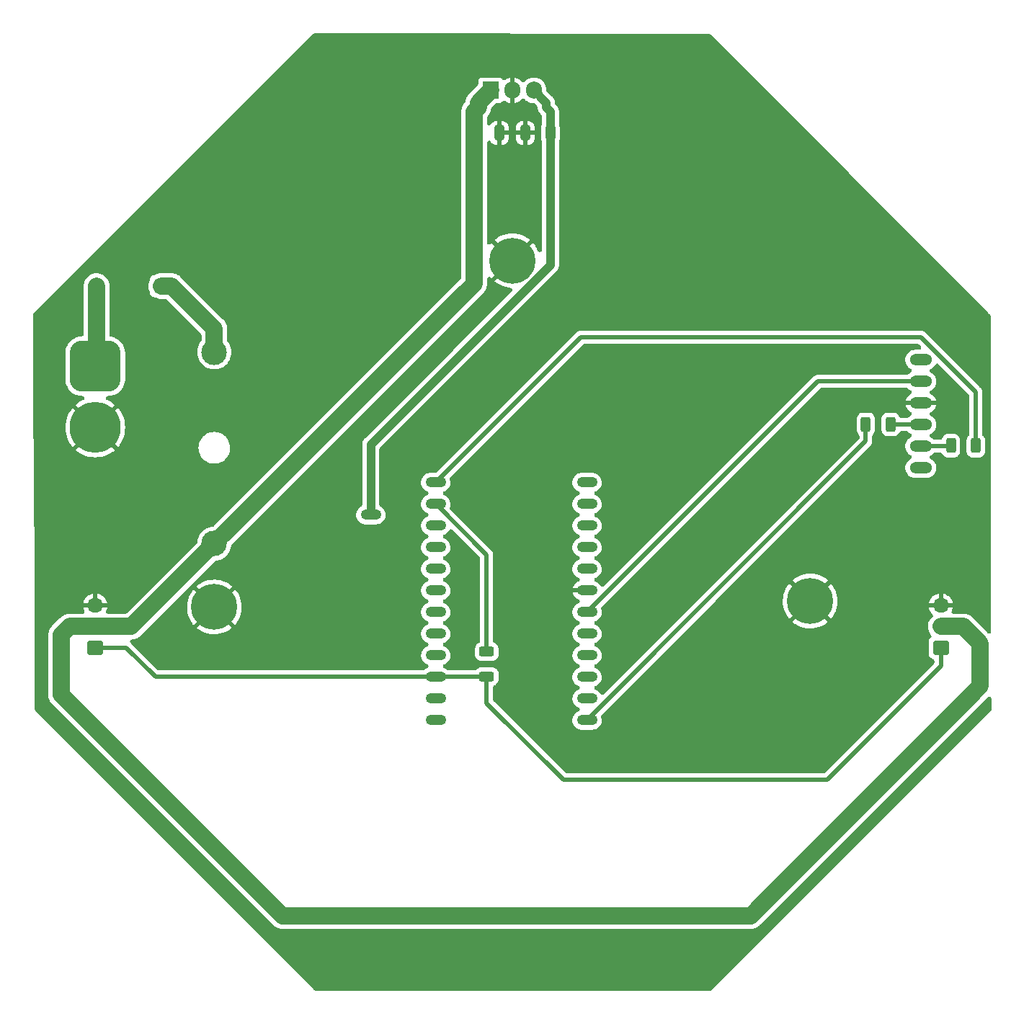
<source format=gbl>
G04 #@! TF.GenerationSoftware,KiCad,Pcbnew,(6.0.0)*
G04 #@! TF.CreationDate,2022-05-25T15:36:50+02:00*
G04 #@! TF.ProjectId,CarteUE441_v2,43617274-6555-4453-9434-315f76322e6b,rev?*
G04 #@! TF.SameCoordinates,Original*
G04 #@! TF.FileFunction,Copper,L2,Bot*
G04 #@! TF.FilePolarity,Positive*
%FSLAX46Y46*%
G04 Gerber Fmt 4.6, Leading zero omitted, Abs format (unit mm)*
G04 Created by KiCad (PCBNEW (6.0.0)) date 2022-05-25 15:36:50*
%MOMM*%
%LPD*%
G01*
G04 APERTURE LIST*
G04 Aperture macros list*
%AMRoundRect*
0 Rectangle with rounded corners*
0 $1 Rounding radius*
0 $2 $3 $4 $5 $6 $7 $8 $9 X,Y pos of 4 corners*
0 Add a 4 corners polygon primitive as box body*
4,1,4,$2,$3,$4,$5,$6,$7,$8,$9,$2,$3,0*
0 Add four circle primitives for the rounded corners*
1,1,$1+$1,$2,$3*
1,1,$1+$1,$4,$5*
1,1,$1+$1,$6,$7*
1,1,$1+$1,$8,$9*
0 Add four rect primitives between the rounded corners*
20,1,$1+$1,$2,$3,$4,$5,0*
20,1,$1+$1,$4,$5,$6,$7,0*
20,1,$1+$1,$6,$7,$8,$9,0*
20,1,$1+$1,$8,$9,$2,$3,0*%
G04 Aperture macros list end*
G04 #@! TA.AperFunction,ComponentPad*
%ADD10O,2.641600X1.320800*%
G04 #@! TD*
G04 #@! TA.AperFunction,ComponentPad*
%ADD11R,1.905000X2.000000*%
G04 #@! TD*
G04 #@! TA.AperFunction,ComponentPad*
%ADD12O,1.905000X2.000000*%
G04 #@! TD*
G04 #@! TA.AperFunction,ComponentPad*
%ADD13O,2.416000X1.208000*%
G04 #@! TD*
G04 #@! TA.AperFunction,ComponentPad*
%ADD14C,5.400000*%
G04 #@! TD*
G04 #@! TA.AperFunction,ComponentPad*
%ADD15R,1.600000X1.600000*%
G04 #@! TD*
G04 #@! TA.AperFunction,ComponentPad*
%ADD16O,1.600000X1.600000*%
G04 #@! TD*
G04 #@! TA.AperFunction,ComponentPad*
%ADD17C,3.000000*%
G04 #@! TD*
G04 #@! TA.AperFunction,ComponentPad*
%ADD18RoundRect,1.500000X-1.500000X1.500000X-1.500000X-1.500000X1.500000X-1.500000X1.500000X1.500000X0*%
G04 #@! TD*
G04 #@! TA.AperFunction,ComponentPad*
%ADD19C,6.000000*%
G04 #@! TD*
G04 #@! TA.AperFunction,ComponentPad*
%ADD20RoundRect,0.250000X0.675000X-0.600000X0.675000X0.600000X-0.675000X0.600000X-0.675000X-0.600000X0*%
G04 #@! TD*
G04 #@! TA.AperFunction,ComponentPad*
%ADD21O,1.850000X1.700000*%
G04 #@! TD*
G04 #@! TA.AperFunction,SMDPad,CuDef*
%ADD22RoundRect,0.250000X0.625000X-0.312500X0.625000X0.312500X-0.625000X0.312500X-0.625000X-0.312500X0*%
G04 #@! TD*
G04 #@! TA.AperFunction,SMDPad,CuDef*
%ADD23RoundRect,0.250000X0.325000X0.650000X-0.325000X0.650000X-0.325000X-0.650000X0.325000X-0.650000X0*%
G04 #@! TD*
G04 #@! TA.AperFunction,SMDPad,CuDef*
%ADD24RoundRect,0.250000X-0.312500X-0.625000X0.312500X-0.625000X0.312500X0.625000X-0.312500X0.625000X0*%
G04 #@! TD*
G04 #@! TA.AperFunction,SMDPad,CuDef*
%ADD25RoundRect,0.250000X-0.325000X-0.650000X0.325000X-0.650000X0.325000X0.650000X-0.325000X0.650000X0*%
G04 #@! TD*
G04 #@! TA.AperFunction,Conductor*
%ADD26C,2.000000*%
G04 #@! TD*
G04 #@! TA.AperFunction,Conductor*
%ADD27C,1.000000*%
G04 #@! TD*
G04 #@! TA.AperFunction,Conductor*
%ADD28C,0.250000*%
G04 #@! TD*
G04 #@! TA.AperFunction,Conductor*
%ADD29C,0.500000*%
G04 #@! TD*
G04 APERTURE END LIST*
D10*
X189000000Y-86650000D03*
X189000000Y-89190000D03*
X189000000Y-91730000D03*
X189000000Y-94270000D03*
X189000000Y-96810000D03*
X189000000Y-99350000D03*
D11*
X138460000Y-55000000D03*
D12*
X141000000Y-55000000D03*
X143540000Y-55000000D03*
D13*
X124380000Y-104870000D03*
X132000000Y-101060000D03*
X132000000Y-103600000D03*
X132000000Y-106140000D03*
X132000000Y-108680000D03*
X132000000Y-111220000D03*
X132000000Y-113760000D03*
X132000000Y-116300000D03*
X132000000Y-118840000D03*
X132000000Y-121380000D03*
X132000000Y-123920000D03*
X132000000Y-126460000D03*
X132000000Y-129000000D03*
X149780000Y-129000000D03*
X149780000Y-126460000D03*
X149780000Y-123920000D03*
X149780000Y-121380000D03*
X149780000Y-118840000D03*
X149780000Y-116300000D03*
X149780000Y-113760000D03*
X149780000Y-111220000D03*
X149780000Y-108680000D03*
X149780000Y-106140000D03*
X149780000Y-103600000D03*
X149780000Y-101060000D03*
D14*
X141000000Y-75000000D03*
D15*
X99767500Y-78000000D03*
D16*
X92147500Y-78000000D03*
D14*
X176000000Y-115000000D03*
X106000000Y-115700000D03*
D17*
X106000000Y-108250000D03*
X106000000Y-85750000D03*
D18*
X92000000Y-87400000D03*
D19*
X92000000Y-94600000D03*
D20*
X92000000Y-120500000D03*
D21*
X92000000Y-118000000D03*
X92000000Y-115500000D03*
D20*
X191350000Y-120500000D03*
D21*
X191350000Y-118000000D03*
X191350000Y-115500000D03*
D22*
X138000000Y-123862500D03*
X138000000Y-120937500D03*
D23*
X145475000Y-60000000D03*
X142525000Y-60000000D03*
D24*
X182537500Y-94250000D03*
X185462500Y-94250000D03*
X192537500Y-96750000D03*
X195462500Y-96750000D03*
D25*
X136525000Y-60000000D03*
X139475000Y-60000000D03*
D26*
X137000000Y-57000000D02*
X137000000Y-56460000D01*
X106000000Y-108250000D02*
X136525000Y-77725000D01*
X136525000Y-60000000D02*
X136525000Y-57475000D01*
X92000000Y-118000000D02*
X89000000Y-118000000D01*
X89000000Y-118000000D02*
X88000000Y-119000000D01*
X96250000Y-118000000D02*
X92000000Y-118000000D01*
X114000000Y-152000000D02*
X169000000Y-152000000D01*
X169000000Y-152000000D02*
X196000000Y-125000000D01*
X88000000Y-119000000D02*
X88000000Y-126000000D01*
X106000000Y-108250000D02*
X96250000Y-118000000D01*
X88000000Y-126000000D02*
X114000000Y-152000000D01*
X196000000Y-125000000D02*
X196000000Y-120000000D01*
X137000000Y-56460000D02*
X138460000Y-55000000D01*
X196000000Y-120000000D02*
X194000000Y-118000000D01*
X194000000Y-118000000D02*
X191350000Y-118000000D01*
X136525000Y-77725000D02*
X136525000Y-60000000D01*
X136525000Y-57475000D02*
X137000000Y-57000000D01*
D27*
X124380000Y-96620000D02*
X124380000Y-104870000D01*
X145000000Y-56460000D02*
X143540000Y-55000000D01*
X145475000Y-75525000D02*
X124380000Y-96620000D01*
X145000000Y-57000000D02*
X145475000Y-57475000D01*
X145475000Y-60000000D02*
X145475000Y-75525000D01*
X145000000Y-57000000D02*
X145000000Y-56460000D01*
X145475000Y-57475000D02*
X145475000Y-60000000D01*
D28*
X192537500Y-96750000D02*
X192477500Y-96810000D01*
D29*
X192477500Y-96810000D02*
X189000000Y-96810000D01*
D28*
X185462500Y-94250000D02*
X185482500Y-94270000D01*
D29*
X185482500Y-94270000D02*
X189000000Y-94270000D01*
X149780000Y-116300000D02*
X176890000Y-89190000D01*
X176890000Y-89190000D02*
X189000000Y-89190000D01*
X191350000Y-122650000D02*
X191350000Y-120500000D01*
X147000000Y-136000000D02*
X178000000Y-136000000D01*
X137942500Y-123920000D02*
X132000000Y-123920000D01*
D28*
X138000000Y-123862500D02*
X137942500Y-123920000D01*
D29*
X99080000Y-123920000D02*
X95660000Y-120500000D01*
X138000000Y-127000000D02*
X147000000Y-136000000D01*
X178000000Y-136000000D02*
X191350000Y-122650000D01*
X95660000Y-120500000D02*
X92000000Y-120500000D01*
X138000000Y-123862500D02*
X138000000Y-127000000D01*
X132000000Y-123920000D02*
X99080000Y-123920000D01*
X149060000Y-84000000D02*
X132000000Y-101060000D01*
X189000000Y-84000000D02*
X149060000Y-84000000D01*
X195462500Y-90462500D02*
X189000000Y-84000000D01*
X195462500Y-96750000D02*
X195462500Y-90462500D01*
X132000000Y-103600000D02*
X138000000Y-109600000D01*
X138000000Y-109600000D02*
X138000000Y-120937500D01*
X182537500Y-94250000D02*
X182537500Y-96242500D01*
X182537500Y-96242500D02*
X149780000Y-129000000D01*
D26*
X92147500Y-87252500D02*
X92147500Y-78000000D01*
X92000000Y-87400000D02*
X92147500Y-87252500D01*
X99767500Y-78000000D02*
X101000000Y-78000000D01*
X106000000Y-83000000D02*
X106000000Y-85750000D01*
X101000000Y-78000000D02*
X106000000Y-83000000D01*
G04 #@! TA.AperFunction,Conductor*
G36*
X164165717Y-48397066D02*
G01*
X164260948Y-48416304D01*
X164341256Y-48470207D01*
X197075995Y-81283777D01*
X197119949Y-81327837D01*
X197173828Y-81408684D01*
X197192667Y-81503163D01*
X197271141Y-118331634D01*
X197271578Y-118536567D01*
X197252828Y-118631896D01*
X197199023Y-118712792D01*
X197118357Y-118766940D01*
X197023110Y-118786097D01*
X196927781Y-118767347D01*
X196846509Y-118713168D01*
X195084833Y-116951492D01*
X195080020Y-116946541D01*
X195012668Y-116875319D01*
X194991173Y-116858885D01*
X194952801Y-116829547D01*
X194942656Y-116821361D01*
X194903653Y-116788167D01*
X194885280Y-116772530D01*
X194876719Y-116767345D01*
X194862881Y-116758964D01*
X194840633Y-116743788D01*
X194827767Y-116733951D01*
X194827764Y-116733949D01*
X194819826Y-116727880D01*
X194806389Y-116720675D01*
X194753412Y-116692269D01*
X194742116Y-116685826D01*
X194677642Y-116646779D01*
X194668369Y-116643032D01*
X194668366Y-116643031D01*
X194653354Y-116636966D01*
X194628970Y-116625544D01*
X194614707Y-116617896D01*
X194614706Y-116617895D01*
X194605891Y-116613169D01*
X194534652Y-116588639D01*
X194522445Y-116584076D01*
X194461846Y-116559592D01*
X194461842Y-116559591D01*
X194452571Y-116555845D01*
X194442818Y-116553629D01*
X194442814Y-116553628D01*
X194427038Y-116550044D01*
X194401130Y-116542664D01*
X194385825Y-116537394D01*
X194376369Y-116534138D01*
X194366517Y-116532436D01*
X194366516Y-116532436D01*
X194315696Y-116523658D01*
X194302091Y-116521308D01*
X194289340Y-116518760D01*
X194215856Y-116502065D01*
X194205878Y-116501437D01*
X194205862Y-116501435D01*
X194189709Y-116500419D01*
X194162967Y-116497278D01*
X194144875Y-116494153D01*
X194137164Y-116492821D01*
X194129351Y-116492466D01*
X194129349Y-116492466D01*
X194110882Y-116491627D01*
X194110861Y-116491627D01*
X194108075Y-116491500D01*
X194055770Y-116491500D01*
X194040134Y-116491009D01*
X193973587Y-116486822D01*
X193963644Y-116487797D01*
X193963640Y-116487797D01*
X193937995Y-116490312D01*
X193913696Y-116491500D01*
X192850304Y-116491500D01*
X192755016Y-116472546D01*
X192674234Y-116418570D01*
X192620258Y-116337788D01*
X192601304Y-116242500D01*
X192620258Y-116147212D01*
X192628345Y-116129650D01*
X192682996Y-116022159D01*
X192690901Y-116002691D01*
X192752991Y-115802731D01*
X192757501Y-115782216D01*
X192758019Y-115778312D01*
X192756673Y-115757499D01*
X192746393Y-115754000D01*
X189965220Y-115754000D01*
X189944762Y-115758069D01*
X189943244Y-115765701D01*
X189943338Y-115766608D01*
X189967408Y-115881325D01*
X189973450Y-115901461D01*
X190050352Y-116096192D01*
X190059693Y-116115009D01*
X190168312Y-116294006D01*
X190180695Y-116310988D01*
X190317915Y-116469119D01*
X190332980Y-116483769D01*
X190342657Y-116491704D01*
X190404324Y-116566779D01*
X190432566Y-116659739D01*
X190423085Y-116756430D01*
X190377324Y-116842133D01*
X190349445Y-116871028D01*
X190261345Y-116948698D01*
X190107266Y-117136278D01*
X190102234Y-117144923D01*
X190102231Y-117144928D01*
X190016524Y-117292187D01*
X189985159Y-117346078D01*
X189981576Y-117355411D01*
X189981575Y-117355414D01*
X189965459Y-117397398D01*
X189898167Y-117572702D01*
X189848526Y-117810320D01*
X189844141Y-117906878D01*
X189838519Y-118030694D01*
X189837514Y-118052817D01*
X189865415Y-118293956D01*
X189868139Y-118303581D01*
X189868139Y-118303583D01*
X189916973Y-118476158D01*
X189931510Y-118527532D01*
X190034099Y-118747536D01*
X190039716Y-118755801D01*
X190137765Y-118900074D01*
X190170544Y-118948307D01*
X190177414Y-118955572D01*
X190177419Y-118955578D01*
X190190494Y-118969404D01*
X190242193Y-119051661D01*
X190258478Y-119147442D01*
X190236869Y-119242163D01*
X190185798Y-119316402D01*
X190075695Y-119426697D01*
X189982885Y-119577262D01*
X189978331Y-119590992D01*
X189978330Y-119590994D01*
X189947889Y-119682773D01*
X189927203Y-119745139D01*
X189923586Y-119780439D01*
X189918943Y-119825759D01*
X189916500Y-119849600D01*
X189916500Y-121150400D01*
X189917165Y-121156805D01*
X189925935Y-121241331D01*
X189927474Y-121256166D01*
X189931786Y-121269091D01*
X189931787Y-121269095D01*
X189978869Y-121410217D01*
X189978871Y-121410222D01*
X189983450Y-121423946D01*
X189991066Y-121436253D01*
X190053699Y-121537466D01*
X190076522Y-121574348D01*
X190201697Y-121699305D01*
X190352262Y-121792115D01*
X190365992Y-121796669D01*
X190365994Y-121796670D01*
X190420890Y-121814878D01*
X190505366Y-121862867D01*
X190565047Y-121939531D01*
X190590847Y-122033197D01*
X190591500Y-122051217D01*
X190591500Y-122232679D01*
X190572546Y-122327967D01*
X190518570Y-122408749D01*
X177758749Y-135168570D01*
X177677967Y-135222546D01*
X177582679Y-135241500D01*
X147417321Y-135241500D01*
X147322033Y-135222546D01*
X147241251Y-135168570D01*
X138831430Y-126758749D01*
X138777454Y-126677967D01*
X138758500Y-126582679D01*
X138758500Y-125109507D01*
X138777454Y-125014219D01*
X138831430Y-124933437D01*
X138912212Y-124879461D01*
X138928693Y-124873307D01*
X138929399Y-124873072D01*
X138948946Y-124866550D01*
X139050887Y-124803467D01*
X139087048Y-124781090D01*
X139087051Y-124781088D01*
X139099348Y-124773478D01*
X139224305Y-124648303D01*
X139317115Y-124497738D01*
X139327542Y-124466303D01*
X139368516Y-124342768D01*
X139372797Y-124329861D01*
X139378693Y-124272320D01*
X139382853Y-124231719D01*
X139382853Y-124231710D01*
X139383500Y-124225400D01*
X139383500Y-123499600D01*
X139372526Y-123393834D01*
X139362209Y-123362910D01*
X139321131Y-123239783D01*
X139321129Y-123239778D01*
X139316550Y-123226054D01*
X139269083Y-123149349D01*
X139231090Y-123087952D01*
X139231088Y-123087949D01*
X139223478Y-123075652D01*
X139098303Y-122950695D01*
X138947738Y-122857885D01*
X138934008Y-122853331D01*
X138934006Y-122853330D01*
X138792768Y-122806484D01*
X138779861Y-122802203D01*
X138733858Y-122797490D01*
X138681719Y-122792147D01*
X138681710Y-122792147D01*
X138675400Y-122791500D01*
X137324600Y-122791500D01*
X137271380Y-122797022D01*
X137232391Y-122801067D01*
X137232388Y-122801068D01*
X137218834Y-122802474D01*
X137205909Y-122806786D01*
X137205905Y-122806787D01*
X137064783Y-122853869D01*
X137064778Y-122853871D01*
X137051054Y-122858450D01*
X137038747Y-122866066D01*
X136912952Y-122943910D01*
X136912949Y-122943912D01*
X136900652Y-122951522D01*
X136785119Y-123067257D01*
X136785115Y-123067260D01*
X136775695Y-123076697D01*
X136774936Y-123075939D01*
X136711695Y-123129857D01*
X136619269Y-123159799D01*
X136590217Y-123161500D01*
X133520434Y-123161500D01*
X133425146Y-123142546D01*
X133348250Y-123092371D01*
X133296640Y-123042965D01*
X133118301Y-122927813D01*
X133071844Y-122909090D01*
X133041342Y-122896798D01*
X133007225Y-122883048D01*
X132925929Y-122829850D01*
X132871180Y-122749591D01*
X132851311Y-122654489D01*
X132869350Y-122559023D01*
X132922548Y-122477727D01*
X133007778Y-122420939D01*
X133019026Y-122417639D01*
X133207751Y-122320439D01*
X133374691Y-122189306D01*
X133382455Y-122180359D01*
X133382460Y-122180354D01*
X133506051Y-122037927D01*
X133506053Y-122037924D01*
X133513823Y-122028970D01*
X133519759Y-122018709D01*
X133519762Y-122018705D01*
X133614190Y-121855480D01*
X133614191Y-121855479D01*
X133620126Y-121845219D01*
X133689764Y-121644681D01*
X133720226Y-121434593D01*
X133710411Y-121222534D01*
X133694550Y-121156719D01*
X133663451Y-121027680D01*
X133663450Y-121027678D01*
X133660674Y-121016158D01*
X133614581Y-120914781D01*
X133577714Y-120833697D01*
X133577712Y-120833693D01*
X133572809Y-120822910D01*
X133449987Y-120649763D01*
X133347770Y-120551911D01*
X133305195Y-120511154D01*
X133305191Y-120511151D01*
X133296640Y-120502965D01*
X133264777Y-120482391D01*
X133209777Y-120446878D01*
X133118301Y-120387813D01*
X133007225Y-120343048D01*
X132925929Y-120289850D01*
X132871180Y-120209591D01*
X132851311Y-120114489D01*
X132869350Y-120019023D01*
X132922548Y-119937727D01*
X133007778Y-119880939D01*
X133019026Y-119877639D01*
X133207751Y-119780439D01*
X133374691Y-119649306D01*
X133382455Y-119640359D01*
X133382460Y-119640354D01*
X133506051Y-119497927D01*
X133506053Y-119497924D01*
X133513823Y-119488970D01*
X133519759Y-119478709D01*
X133519762Y-119478705D01*
X133614190Y-119315480D01*
X133614191Y-119315479D01*
X133620126Y-119305219D01*
X133689764Y-119104681D01*
X133720226Y-118894593D01*
X133710411Y-118682534D01*
X133697411Y-118628590D01*
X133663451Y-118487680D01*
X133663450Y-118487678D01*
X133660674Y-118476158D01*
X133655758Y-118465344D01*
X133577714Y-118293697D01*
X133577712Y-118293693D01*
X133572809Y-118282910D01*
X133499933Y-118180174D01*
X133456844Y-118119429D01*
X133456842Y-118119426D01*
X133449987Y-118109763D01*
X133330396Y-117995279D01*
X133305195Y-117971154D01*
X133305191Y-117971151D01*
X133296640Y-117962965D01*
X133118301Y-117847813D01*
X133007225Y-117803048D01*
X132925929Y-117749850D01*
X132871180Y-117669591D01*
X132851311Y-117574489D01*
X132869350Y-117479023D01*
X132922548Y-117397727D01*
X133007778Y-117340939D01*
X133019026Y-117337639D01*
X133207751Y-117240439D01*
X133374691Y-117109306D01*
X133382455Y-117100359D01*
X133382460Y-117100354D01*
X133506051Y-116957927D01*
X133506053Y-116957924D01*
X133513823Y-116948970D01*
X133519759Y-116938709D01*
X133519762Y-116938705D01*
X133614190Y-116775480D01*
X133614191Y-116775479D01*
X133620126Y-116765219D01*
X133689764Y-116564681D01*
X133715130Y-116389739D01*
X133718525Y-116366326D01*
X133718525Y-116366323D01*
X133720226Y-116354593D01*
X133710411Y-116142534D01*
X133706056Y-116124461D01*
X133663451Y-115947680D01*
X133663450Y-115947676D01*
X133660674Y-115936158D01*
X133652155Y-115917420D01*
X133577714Y-115753697D01*
X133577712Y-115753693D01*
X133572809Y-115742910D01*
X133449987Y-115569763D01*
X133359745Y-115483375D01*
X133305195Y-115431154D01*
X133305191Y-115431151D01*
X133296640Y-115422965D01*
X133118301Y-115307813D01*
X133007225Y-115263048D01*
X132925929Y-115209850D01*
X132871180Y-115129591D01*
X132851311Y-115034489D01*
X132869350Y-114939023D01*
X132922548Y-114857727D01*
X133007778Y-114800939D01*
X133019026Y-114797639D01*
X133164607Y-114722660D01*
X133197218Y-114705864D01*
X133197219Y-114705863D01*
X133207751Y-114700439D01*
X133374691Y-114569306D01*
X133382455Y-114560359D01*
X133382460Y-114560354D01*
X133506051Y-114417927D01*
X133506053Y-114417924D01*
X133513823Y-114408970D01*
X133519759Y-114398709D01*
X133519762Y-114398705D01*
X133614190Y-114235480D01*
X133614191Y-114235479D01*
X133620126Y-114225219D01*
X133689764Y-114024681D01*
X133708612Y-113894692D01*
X133718525Y-113826326D01*
X133718525Y-113826323D01*
X133720226Y-113814593D01*
X133710411Y-113602534D01*
X133704723Y-113578930D01*
X133663451Y-113407680D01*
X133663450Y-113407678D01*
X133660674Y-113396158D01*
X133619765Y-113306182D01*
X133577714Y-113213697D01*
X133577712Y-113213693D01*
X133572809Y-113202910D01*
X133449987Y-113029763D01*
X133367391Y-112950694D01*
X133305195Y-112891154D01*
X133305191Y-112891151D01*
X133296640Y-112882965D01*
X133118301Y-112767813D01*
X133007225Y-112723048D01*
X132925929Y-112669850D01*
X132871180Y-112589591D01*
X132851311Y-112494489D01*
X132869350Y-112399023D01*
X132922548Y-112317727D01*
X133007778Y-112260939D01*
X133019026Y-112257639D01*
X133207751Y-112160439D01*
X133374691Y-112029306D01*
X133382455Y-112020359D01*
X133382460Y-112020354D01*
X133506051Y-111877927D01*
X133506053Y-111877924D01*
X133513823Y-111868970D01*
X133519759Y-111858709D01*
X133519762Y-111858705D01*
X133614190Y-111695480D01*
X133614191Y-111695479D01*
X133620126Y-111685219D01*
X133689764Y-111484681D01*
X133720226Y-111274593D01*
X133710411Y-111062534D01*
X133660674Y-110856158D01*
X133614581Y-110754781D01*
X133577714Y-110673697D01*
X133577712Y-110673693D01*
X133572809Y-110662910D01*
X133449987Y-110489763D01*
X133359745Y-110403375D01*
X133305195Y-110351154D01*
X133305191Y-110351151D01*
X133296640Y-110342965D01*
X133118301Y-110227813D01*
X133007225Y-110183048D01*
X132925929Y-110129850D01*
X132871180Y-110049591D01*
X132851311Y-109954489D01*
X132869350Y-109859023D01*
X132922548Y-109777727D01*
X133007778Y-109720939D01*
X133019026Y-109717639D01*
X133207751Y-109620439D01*
X133374691Y-109489306D01*
X133382455Y-109480359D01*
X133382460Y-109480354D01*
X133506051Y-109337927D01*
X133506053Y-109337924D01*
X133513823Y-109328970D01*
X133519759Y-109318709D01*
X133519762Y-109318705D01*
X133614190Y-109155480D01*
X133614191Y-109155479D01*
X133620126Y-109145219D01*
X133689764Y-108944681D01*
X133720226Y-108734593D01*
X133710411Y-108522534D01*
X133675645Y-108378275D01*
X133663451Y-108327680D01*
X133663450Y-108327678D01*
X133660674Y-108316158D01*
X133614581Y-108214781D01*
X133577714Y-108133697D01*
X133577712Y-108133693D01*
X133572809Y-108122910D01*
X133449987Y-107949763D01*
X133359745Y-107863375D01*
X133305195Y-107811154D01*
X133305191Y-107811151D01*
X133296640Y-107802965D01*
X133118301Y-107687813D01*
X133007225Y-107643048D01*
X132925929Y-107589850D01*
X132871180Y-107509591D01*
X132851311Y-107414489D01*
X132869350Y-107319023D01*
X132922548Y-107237727D01*
X133007778Y-107180939D01*
X133019026Y-107177639D01*
X133207751Y-107080439D01*
X133374691Y-106949306D01*
X133382455Y-106940359D01*
X133382460Y-106940354D01*
X133506051Y-106797927D01*
X133506053Y-106797924D01*
X133513823Y-106788970D01*
X133572274Y-106687934D01*
X133636396Y-106614947D01*
X133723570Y-106572053D01*
X133820522Y-106565784D01*
X133912494Y-106597094D01*
X133963874Y-106636555D01*
X137168570Y-109841251D01*
X137222546Y-109922033D01*
X137241500Y-110017321D01*
X137241500Y-119690493D01*
X137222546Y-119785781D01*
X137168570Y-119866563D01*
X137087788Y-119920539D01*
X137071306Y-119926693D01*
X137051054Y-119933450D01*
X137020270Y-119952500D01*
X136912952Y-120018910D01*
X136912949Y-120018912D01*
X136900652Y-120026522D01*
X136775695Y-120151697D01*
X136682885Y-120302262D01*
X136678331Y-120315992D01*
X136678330Y-120315994D01*
X136654509Y-120387813D01*
X136627203Y-120470139D01*
X136625817Y-120483669D01*
X136618825Y-120551911D01*
X136616500Y-120574600D01*
X136616500Y-121300400D01*
X136618940Y-121323917D01*
X136625935Y-121391331D01*
X136627474Y-121406166D01*
X136631786Y-121419091D01*
X136631787Y-121419095D01*
X136678869Y-121560217D01*
X136678871Y-121560222D01*
X136683450Y-121573946D01*
X136691066Y-121586253D01*
X136765723Y-121706897D01*
X136776522Y-121724348D01*
X136901697Y-121849305D01*
X137052262Y-121942115D01*
X137065992Y-121946669D01*
X137065994Y-121946670D01*
X137207232Y-121993516D01*
X137220139Y-121997797D01*
X137266142Y-122002510D01*
X137318281Y-122007853D01*
X137318290Y-122007853D01*
X137324600Y-122008500D01*
X138675400Y-122008500D01*
X138728620Y-122002978D01*
X138767609Y-121998933D01*
X138767612Y-121998932D01*
X138781166Y-121997526D01*
X138794091Y-121993214D01*
X138794095Y-121993213D01*
X138935217Y-121946131D01*
X138935222Y-121946129D01*
X138948946Y-121941550D01*
X138992435Y-121914638D01*
X139087048Y-121856090D01*
X139087051Y-121856088D01*
X139099348Y-121848478D01*
X139224305Y-121723303D01*
X139317115Y-121572738D01*
X139324991Y-121548994D01*
X139368516Y-121417768D01*
X139372797Y-121404861D01*
X139380938Y-121325407D01*
X139382853Y-121306719D01*
X139382853Y-121306710D01*
X139383500Y-121300400D01*
X139383500Y-120574600D01*
X139376917Y-120511154D01*
X139373933Y-120482391D01*
X139373932Y-120482388D01*
X139372526Y-120468834D01*
X139347640Y-120394241D01*
X139321131Y-120314783D01*
X139321129Y-120314778D01*
X139316550Y-120301054D01*
X139223478Y-120150652D01*
X139098303Y-120025695D01*
X138947738Y-119932885D01*
X138934006Y-119928330D01*
X138933999Y-119928327D01*
X138929106Y-119926704D01*
X138922636Y-119923028D01*
X138920896Y-119922217D01*
X138920961Y-119922077D01*
X138844631Y-119878714D01*
X138784951Y-119802050D01*
X138759153Y-119708383D01*
X138758500Y-119690367D01*
X138758500Y-109676365D01*
X138760890Y-109644764D01*
X138761023Y-109640947D01*
X138763198Y-109626651D01*
X138762026Y-109612238D01*
X138762026Y-109612230D01*
X138759320Y-109578958D01*
X138758962Y-109570146D01*
X138758919Y-109570149D01*
X138758500Y-109562937D01*
X138758500Y-109555707D01*
X138755456Y-109529594D01*
X138754603Y-109520965D01*
X138750033Y-109464782D01*
X138750033Y-109464781D01*
X138748860Y-109450363D01*
X138744733Y-109437624D01*
X138743182Y-109424319D01*
X138738248Y-109410725D01*
X138738246Y-109410718D01*
X138719006Y-109357712D01*
X138716185Y-109349496D01*
X138698812Y-109295869D01*
X138698809Y-109295863D01*
X138694351Y-109282101D01*
X138687401Y-109270648D01*
X138682833Y-109258063D01*
X138643990Y-109198817D01*
X138639358Y-109191476D01*
X138617515Y-109155480D01*
X138602595Y-109130892D01*
X138595197Y-109122516D01*
X138592474Y-109119793D01*
X138591500Y-109118757D01*
X138585856Y-109110148D01*
X138530869Y-109058058D01*
X138526042Y-109053361D01*
X133709273Y-104236592D01*
X133655297Y-104155810D01*
X133636343Y-104060522D01*
X133650121Y-103978841D01*
X133651583Y-103974631D01*
X133689764Y-103864681D01*
X133720226Y-103654593D01*
X133710411Y-103442534D01*
X133660674Y-103236158D01*
X133614581Y-103134781D01*
X133577714Y-103053697D01*
X133577712Y-103053693D01*
X133572809Y-103042910D01*
X133449987Y-102869763D01*
X133359745Y-102783375D01*
X133305195Y-102731154D01*
X133305191Y-102731151D01*
X133296640Y-102722965D01*
X133118301Y-102607813D01*
X133007225Y-102563048D01*
X132925929Y-102509850D01*
X132871180Y-102429591D01*
X132851311Y-102334489D01*
X132869350Y-102239023D01*
X132922548Y-102157727D01*
X133007778Y-102100939D01*
X133019026Y-102097639D01*
X133207751Y-102000439D01*
X133374691Y-101869306D01*
X133382455Y-101860359D01*
X133382460Y-101860354D01*
X133506051Y-101717927D01*
X133506053Y-101717924D01*
X133513823Y-101708970D01*
X133519759Y-101698709D01*
X133519762Y-101698705D01*
X133614190Y-101535480D01*
X133614191Y-101535479D01*
X133620126Y-101525219D01*
X133689764Y-101324681D01*
X133720226Y-101114593D01*
X133710411Y-100902534D01*
X133660674Y-100696158D01*
X133655769Y-100685369D01*
X133653032Y-100677420D01*
X133639931Y-100581153D01*
X133664667Y-100487200D01*
X133712396Y-100420285D01*
X149301251Y-84831430D01*
X149382033Y-84777454D01*
X149477321Y-84758500D01*
X188582679Y-84758500D01*
X188677967Y-84777454D01*
X188758749Y-84831430D01*
X188983349Y-85056030D01*
X189037325Y-85136812D01*
X189056279Y-85232100D01*
X189037325Y-85327388D01*
X188983349Y-85408170D01*
X188902567Y-85462146D01*
X188807279Y-85481100D01*
X188285098Y-85481100D01*
X188217203Y-85487339D01*
X188137040Y-85494704D01*
X188137035Y-85494705D01*
X188125672Y-85495749D01*
X187918909Y-85554062D01*
X187726235Y-85649079D01*
X187717094Y-85655905D01*
X187591085Y-85750000D01*
X187554102Y-85777616D01*
X187546350Y-85786002D01*
X187546349Y-85786003D01*
X187481189Y-85856493D01*
X187408276Y-85935370D01*
X187402183Y-85945026D01*
X187402182Y-85945028D01*
X187360782Y-86010643D01*
X187293640Y-86117057D01*
X187289411Y-86127657D01*
X187289409Y-86127661D01*
X187218264Y-86305988D01*
X187218262Y-86305993D01*
X187214034Y-86316592D01*
X187172123Y-86527293D01*
X187169311Y-86742104D01*
X187205692Y-86953830D01*
X187209643Y-86964541D01*
X187209644Y-86964543D01*
X187267416Y-87121139D01*
X187280048Y-87155380D01*
X187285883Y-87165188D01*
X187285884Y-87165190D01*
X187337129Y-87251325D01*
X187389888Y-87340006D01*
X187397414Y-87348588D01*
X187397415Y-87348589D01*
X187524009Y-87492942D01*
X187524013Y-87492946D01*
X187531535Y-87501523D01*
X187700244Y-87634522D01*
X187710343Y-87639835D01*
X187710344Y-87639836D01*
X187824406Y-87699847D01*
X187899910Y-87760989D01*
X187946268Y-87846370D01*
X187956423Y-87942993D01*
X187928830Y-88036147D01*
X187867688Y-88111651D01*
X187818598Y-88143530D01*
X187736471Y-88184031D01*
X187726235Y-88189079D01*
X187554102Y-88317616D01*
X187526887Y-88347058D01*
X187522762Y-88351520D01*
X187444162Y-88408627D01*
X187349692Y-88431308D01*
X187339914Y-88431500D01*
X176966372Y-88431500D01*
X176934755Y-88429109D01*
X176930950Y-88428976D01*
X176916651Y-88426801D01*
X176878709Y-88429887D01*
X176868960Y-88430680D01*
X176860146Y-88431038D01*
X176860148Y-88431081D01*
X176852935Y-88431500D01*
X176845707Y-88431500D01*
X176838528Y-88432337D01*
X176838527Y-88432337D01*
X176819613Y-88434542D01*
X176810971Y-88435397D01*
X176740364Y-88441140D01*
X176727625Y-88445267D01*
X176714319Y-88446818D01*
X176647718Y-88470993D01*
X176639528Y-88473805D01*
X176585867Y-88491188D01*
X176585863Y-88491190D01*
X176572101Y-88495648D01*
X176560645Y-88502600D01*
X176548063Y-88507167D01*
X176535970Y-88515095D01*
X176535963Y-88515099D01*
X176488829Y-88546002D01*
X176481478Y-88550641D01*
X176430373Y-88581652D01*
X176430370Y-88581654D01*
X176420893Y-88587405D01*
X176412516Y-88594803D01*
X176409790Y-88597529D01*
X176408758Y-88598499D01*
X176400148Y-88604144D01*
X176390200Y-88614646D01*
X176390198Y-88614647D01*
X176348058Y-88659131D01*
X176343361Y-88663958D01*
X151746365Y-113260954D01*
X151665583Y-113314930D01*
X151570295Y-113333884D01*
X151475007Y-113314930D01*
X151394225Y-113260954D01*
X151354439Y-113209009D01*
X151345517Y-113193494D01*
X151236464Y-113039758D01*
X151221046Y-113021896D01*
X151084895Y-112891559D01*
X151066367Y-112876927D01*
X150908025Y-112774687D01*
X150887078Y-112763829D01*
X150786553Y-112723316D01*
X150705257Y-112670118D01*
X150650507Y-112589858D01*
X150630639Y-112494756D01*
X150648678Y-112399291D01*
X150701876Y-112317995D01*
X150787161Y-112261171D01*
X150787641Y-112260979D01*
X150799026Y-112257639D01*
X150987751Y-112160439D01*
X151154691Y-112029306D01*
X151162455Y-112020359D01*
X151162460Y-112020354D01*
X151286051Y-111877927D01*
X151286053Y-111877924D01*
X151293823Y-111868970D01*
X151299759Y-111858709D01*
X151299762Y-111858705D01*
X151394190Y-111695480D01*
X151394191Y-111695479D01*
X151400126Y-111685219D01*
X151469764Y-111484681D01*
X151500226Y-111274593D01*
X151490411Y-111062534D01*
X151440674Y-110856158D01*
X151394581Y-110754781D01*
X151357714Y-110673697D01*
X151357712Y-110673693D01*
X151352809Y-110662910D01*
X151229987Y-110489763D01*
X151139745Y-110403375D01*
X151085195Y-110351154D01*
X151085191Y-110351151D01*
X151076640Y-110342965D01*
X150898301Y-110227813D01*
X150787225Y-110183048D01*
X150705929Y-110129850D01*
X150651180Y-110049591D01*
X150631311Y-109954489D01*
X150649350Y-109859023D01*
X150702548Y-109777727D01*
X150787778Y-109720939D01*
X150799026Y-109717639D01*
X150987751Y-109620439D01*
X151154691Y-109489306D01*
X151162455Y-109480359D01*
X151162460Y-109480354D01*
X151286051Y-109337927D01*
X151286053Y-109337924D01*
X151293823Y-109328970D01*
X151299759Y-109318709D01*
X151299762Y-109318705D01*
X151394190Y-109155480D01*
X151394191Y-109155479D01*
X151400126Y-109145219D01*
X151469764Y-108944681D01*
X151500226Y-108734593D01*
X151490411Y-108522534D01*
X151455645Y-108378275D01*
X151443451Y-108327680D01*
X151443450Y-108327678D01*
X151440674Y-108316158D01*
X151394581Y-108214781D01*
X151357714Y-108133697D01*
X151357712Y-108133693D01*
X151352809Y-108122910D01*
X151229987Y-107949763D01*
X151139745Y-107863375D01*
X151085195Y-107811154D01*
X151085191Y-107811151D01*
X151076640Y-107802965D01*
X150898301Y-107687813D01*
X150787225Y-107643048D01*
X150705929Y-107589850D01*
X150651180Y-107509591D01*
X150631311Y-107414489D01*
X150649350Y-107319023D01*
X150702548Y-107237727D01*
X150787778Y-107180939D01*
X150799026Y-107177639D01*
X150987751Y-107080439D01*
X151154691Y-106949306D01*
X151162455Y-106940359D01*
X151162460Y-106940354D01*
X151286051Y-106797927D01*
X151286053Y-106797924D01*
X151293823Y-106788970D01*
X151299759Y-106778709D01*
X151299762Y-106778705D01*
X151394190Y-106615480D01*
X151394191Y-106615479D01*
X151400126Y-106605219D01*
X151469764Y-106404681D01*
X151500226Y-106194593D01*
X151490411Y-105982534D01*
X151485959Y-105964059D01*
X151443451Y-105787680D01*
X151443450Y-105787678D01*
X151440674Y-105776158D01*
X151430355Y-105753461D01*
X151357714Y-105593697D01*
X151357712Y-105593693D01*
X151352809Y-105582910D01*
X151229987Y-105409763D01*
X151156742Y-105339646D01*
X151085195Y-105271154D01*
X151085191Y-105271151D01*
X151076640Y-105262965D01*
X150898301Y-105147813D01*
X150865717Y-105134681D01*
X150787225Y-105103048D01*
X150705929Y-105049850D01*
X150651180Y-104969591D01*
X150631311Y-104874489D01*
X150649350Y-104779023D01*
X150702548Y-104697727D01*
X150787778Y-104640939D01*
X150799026Y-104637639D01*
X150987751Y-104540439D01*
X151154691Y-104409306D01*
X151162455Y-104400359D01*
X151162460Y-104400354D01*
X151286051Y-104257927D01*
X151286053Y-104257924D01*
X151293823Y-104248970D01*
X151299759Y-104238709D01*
X151299762Y-104238705D01*
X151394190Y-104075480D01*
X151394191Y-104075479D01*
X151400126Y-104065219D01*
X151469764Y-103864681D01*
X151500226Y-103654593D01*
X151490411Y-103442534D01*
X151440674Y-103236158D01*
X151394581Y-103134781D01*
X151357714Y-103053697D01*
X151357712Y-103053693D01*
X151352809Y-103042910D01*
X151229987Y-102869763D01*
X151139745Y-102783375D01*
X151085195Y-102731154D01*
X151085191Y-102731151D01*
X151076640Y-102722965D01*
X150898301Y-102607813D01*
X150787225Y-102563048D01*
X150705929Y-102509850D01*
X150651180Y-102429591D01*
X150631311Y-102334489D01*
X150649350Y-102239023D01*
X150702548Y-102157727D01*
X150787778Y-102100939D01*
X150799026Y-102097639D01*
X150987751Y-102000439D01*
X151154691Y-101869306D01*
X151162455Y-101860359D01*
X151162460Y-101860354D01*
X151286051Y-101717927D01*
X151286053Y-101717924D01*
X151293823Y-101708970D01*
X151299759Y-101698709D01*
X151299762Y-101698705D01*
X151394190Y-101535480D01*
X151394191Y-101535479D01*
X151400126Y-101525219D01*
X151469764Y-101324681D01*
X151500226Y-101114593D01*
X151490411Y-100902534D01*
X151440674Y-100696158D01*
X151432155Y-100677420D01*
X151357714Y-100513697D01*
X151357712Y-100513693D01*
X151352809Y-100502910D01*
X151248575Y-100355967D01*
X151236844Y-100339429D01*
X151236842Y-100339426D01*
X151229987Y-100329763D01*
X151139745Y-100243375D01*
X151085195Y-100191154D01*
X151085191Y-100191151D01*
X151076640Y-100182965D01*
X150898301Y-100067813D01*
X150887315Y-100063385D01*
X150887312Y-100063384D01*
X150712395Y-99992890D01*
X150712390Y-99992889D01*
X150701404Y-99988461D01*
X150493055Y-99947774D01*
X150487453Y-99947500D01*
X149122964Y-99947500D01*
X148964674Y-99962602D01*
X148891997Y-99983923D01*
X148772351Y-100019023D01*
X148772348Y-100019024D01*
X148760974Y-100022361D01*
X148750440Y-100027786D01*
X148750436Y-100027788D01*
X148582782Y-100114136D01*
X148572249Y-100119561D01*
X148405309Y-100250694D01*
X148397545Y-100259641D01*
X148397540Y-100259646D01*
X148273949Y-100402073D01*
X148266177Y-100411030D01*
X148260241Y-100421291D01*
X148260238Y-100421295D01*
X148203772Y-100518900D01*
X148159874Y-100594781D01*
X148090236Y-100795319D01*
X148059774Y-101005407D01*
X148069589Y-101217466D01*
X148119326Y-101423842D01*
X148124229Y-101434627D01*
X148124231Y-101434631D01*
X148170085Y-101535480D01*
X148207191Y-101617090D01*
X148330013Y-101790237D01*
X148338574Y-101798432D01*
X148474805Y-101928846D01*
X148474809Y-101928849D01*
X148483360Y-101937035D01*
X148661699Y-102052187D01*
X148672690Y-102056617D01*
X148672691Y-102056617D01*
X148772775Y-102096952D01*
X148854071Y-102150150D01*
X148908820Y-102230409D01*
X148928689Y-102325511D01*
X148910650Y-102420977D01*
X148857452Y-102502273D01*
X148772222Y-102559061D01*
X148760974Y-102562361D01*
X148572249Y-102659561D01*
X148405309Y-102790694D01*
X148397545Y-102799641D01*
X148397540Y-102799646D01*
X148273949Y-102942073D01*
X148266177Y-102951030D01*
X148260241Y-102961291D01*
X148260238Y-102961295D01*
X148213023Y-103042910D01*
X148159874Y-103134781D01*
X148090236Y-103335319D01*
X148059774Y-103545407D01*
X148069589Y-103757466D01*
X148072367Y-103768991D01*
X148072367Y-103768994D01*
X148116549Y-103952320D01*
X148119326Y-103963842D01*
X148124229Y-103974627D01*
X148124231Y-103974631D01*
X148202286Y-104146303D01*
X148207191Y-104157090D01*
X148330013Y-104330237D01*
X148338574Y-104338432D01*
X148474805Y-104468846D01*
X148474809Y-104468849D01*
X148483360Y-104477035D01*
X148661699Y-104592187D01*
X148672690Y-104596617D01*
X148672691Y-104596617D01*
X148772775Y-104636952D01*
X148854071Y-104690150D01*
X148908820Y-104770409D01*
X148928689Y-104865511D01*
X148910650Y-104960977D01*
X148857452Y-105042273D01*
X148772222Y-105099061D01*
X148760974Y-105102361D01*
X148572249Y-105199561D01*
X148405309Y-105330694D01*
X148397545Y-105339641D01*
X148397540Y-105339646D01*
X148273949Y-105482073D01*
X148266177Y-105491030D01*
X148260241Y-105501291D01*
X148260238Y-105501295D01*
X148213023Y-105582910D01*
X148159874Y-105674781D01*
X148090236Y-105875319D01*
X148059774Y-106085407D01*
X148069589Y-106297466D01*
X148072367Y-106308991D01*
X148072367Y-106308994D01*
X148086538Y-106367794D01*
X148119326Y-106503842D01*
X148124229Y-106514627D01*
X148124231Y-106514631D01*
X148170085Y-106615480D01*
X148207191Y-106697090D01*
X148330013Y-106870237D01*
X148338574Y-106878432D01*
X148474805Y-107008846D01*
X148474809Y-107008849D01*
X148483360Y-107017035D01*
X148661699Y-107132187D01*
X148672690Y-107136617D01*
X148672691Y-107136617D01*
X148772775Y-107176952D01*
X148854071Y-107230150D01*
X148908820Y-107310409D01*
X148928689Y-107405511D01*
X148910650Y-107500977D01*
X148857452Y-107582273D01*
X148772222Y-107639061D01*
X148760974Y-107642361D01*
X148572249Y-107739561D01*
X148405309Y-107870694D01*
X148397545Y-107879641D01*
X148397540Y-107879646D01*
X148324022Y-107964369D01*
X148266177Y-108031030D01*
X148260241Y-108041291D01*
X148260238Y-108041295D01*
X148165810Y-108204520D01*
X148159874Y-108214781D01*
X148090236Y-108415319D01*
X148088535Y-108427053D01*
X148068543Y-108564933D01*
X148059774Y-108625407D01*
X148069589Y-108837466D01*
X148119326Y-109043842D01*
X148124229Y-109054627D01*
X148124231Y-109054631D01*
X148202286Y-109226303D01*
X148207191Y-109237090D01*
X148330013Y-109410237D01*
X148371929Y-109450363D01*
X148474805Y-109548846D01*
X148474809Y-109548849D01*
X148483360Y-109557035D01*
X148661699Y-109672187D01*
X148672690Y-109676617D01*
X148672691Y-109676617D01*
X148772775Y-109716952D01*
X148854071Y-109770150D01*
X148908820Y-109850409D01*
X148928689Y-109945511D01*
X148910650Y-110040977D01*
X148857452Y-110122273D01*
X148772222Y-110179061D01*
X148760974Y-110182361D01*
X148672724Y-110227813D01*
X148600832Y-110264840D01*
X148572249Y-110279561D01*
X148405309Y-110410694D01*
X148397545Y-110419641D01*
X148397540Y-110419646D01*
X148273949Y-110562073D01*
X148266177Y-110571030D01*
X148260241Y-110581291D01*
X148260238Y-110581295D01*
X148213023Y-110662910D01*
X148159874Y-110754781D01*
X148090236Y-110955319D01*
X148059774Y-111165407D01*
X148069589Y-111377466D01*
X148119326Y-111583842D01*
X148124229Y-111594627D01*
X148124231Y-111594631D01*
X148170085Y-111695480D01*
X148207191Y-111777090D01*
X148330013Y-111950237D01*
X148338574Y-111958432D01*
X148474805Y-112088846D01*
X148474809Y-112088849D01*
X148483360Y-112097035D01*
X148661699Y-112212187D01*
X148672685Y-112216615D01*
X148672688Y-112216616D01*
X148773450Y-112257224D01*
X148854745Y-112310422D01*
X148909495Y-112390682D01*
X148929363Y-112485784D01*
X148911324Y-112581250D01*
X148858126Y-112662545D01*
X148772841Y-112719369D01*
X148750617Y-112728257D01*
X148583053Y-112814559D01*
X148563205Y-112827301D01*
X148414972Y-112943739D01*
X148397889Y-112960007D01*
X148274352Y-113102371D01*
X148260653Y-113121577D01*
X148166263Y-113284736D01*
X148156444Y-113306182D01*
X148094610Y-113484245D01*
X148093155Y-113490215D01*
X148093802Y-113502557D01*
X148103527Y-113506000D01*
X149785000Y-113506000D01*
X149880288Y-113524954D01*
X149961070Y-113578930D01*
X150015046Y-113659712D01*
X150034000Y-113755000D01*
X150034000Y-113765000D01*
X150015046Y-113860288D01*
X149961070Y-113941070D01*
X149880288Y-113995046D01*
X149785000Y-114014000D01*
X148117895Y-114014000D01*
X148097437Y-114018069D01*
X148096289Y-114023844D01*
X148096821Y-114028330D01*
X148117024Y-114112157D01*
X148124706Y-114134468D01*
X148202719Y-114306048D01*
X148214485Y-114326510D01*
X148323536Y-114480242D01*
X148338954Y-114498104D01*
X148475105Y-114628441D01*
X148493633Y-114643073D01*
X148651975Y-114745313D01*
X148672922Y-114756171D01*
X148773447Y-114796684D01*
X148854743Y-114849882D01*
X148909493Y-114930142D01*
X148929361Y-115025244D01*
X148911322Y-115120709D01*
X148858124Y-115202005D01*
X148772839Y-115258829D01*
X148772359Y-115259021D01*
X148760974Y-115262361D01*
X148572249Y-115359561D01*
X148405309Y-115490694D01*
X148397545Y-115499641D01*
X148397540Y-115499646D01*
X148273949Y-115642073D01*
X148266177Y-115651030D01*
X148260241Y-115661291D01*
X148260238Y-115661295D01*
X148167758Y-115821153D01*
X148159874Y-115834781D01*
X148090236Y-116035319D01*
X148059774Y-116245407D01*
X148069589Y-116457466D01*
X148072367Y-116468991D01*
X148072367Y-116468994D01*
X148115214Y-116646779D01*
X148119326Y-116663842D01*
X148124229Y-116674627D01*
X148124231Y-116674631D01*
X148198181Y-116837274D01*
X148207191Y-116857090D01*
X148255233Y-116924817D01*
X148304559Y-116994353D01*
X148330013Y-117030237D01*
X148364424Y-117063178D01*
X148474805Y-117168846D01*
X148474809Y-117168849D01*
X148483360Y-117177035D01*
X148661699Y-117292187D01*
X148672690Y-117296617D01*
X148672691Y-117296617D01*
X148772775Y-117336952D01*
X148854071Y-117390150D01*
X148908820Y-117470409D01*
X148928689Y-117565511D01*
X148910650Y-117660977D01*
X148857452Y-117742273D01*
X148772222Y-117799061D01*
X148760974Y-117802361D01*
X148572249Y-117899561D01*
X148405309Y-118030694D01*
X148397545Y-118039641D01*
X148397540Y-118039646D01*
X148275597Y-118180174D01*
X148266177Y-118191030D01*
X148260241Y-118201291D01*
X148260238Y-118201295D01*
X148168918Y-118359148D01*
X148159874Y-118374781D01*
X148155987Y-118385976D01*
X148155986Y-118385977D01*
X148141049Y-118428991D01*
X148090236Y-118575319D01*
X148076362Y-118671006D01*
X148062393Y-118767347D01*
X148059774Y-118785407D01*
X148069589Y-118997466D01*
X148072367Y-119008991D01*
X148072367Y-119008994D01*
X148109417Y-119162726D01*
X148119326Y-119203842D01*
X148124229Y-119214627D01*
X148124231Y-119214631D01*
X148197617Y-119376034D01*
X148207191Y-119397090D01*
X148236930Y-119439014D01*
X148287292Y-119510011D01*
X148330013Y-119570237D01*
X148361670Y-119600542D01*
X148474805Y-119708846D01*
X148474809Y-119708849D01*
X148483360Y-119717035D01*
X148661699Y-119832187D01*
X148672690Y-119836617D01*
X148672691Y-119836617D01*
X148772775Y-119876952D01*
X148854071Y-119930150D01*
X148908820Y-120010409D01*
X148928689Y-120105511D01*
X148910650Y-120200977D01*
X148857452Y-120282273D01*
X148772222Y-120339061D01*
X148760974Y-120342361D01*
X148572249Y-120439561D01*
X148405309Y-120570694D01*
X148397545Y-120579641D01*
X148397540Y-120579646D01*
X148273949Y-120722073D01*
X148266177Y-120731030D01*
X148260241Y-120741291D01*
X148260238Y-120741295D01*
X148213023Y-120822910D01*
X148159874Y-120914781D01*
X148090236Y-121115319D01*
X148084233Y-121156719D01*
X148062484Y-121306719D01*
X148059774Y-121325407D01*
X148069589Y-121537466D01*
X148072367Y-121548991D01*
X148072367Y-121548994D01*
X148114376Y-121723303D01*
X148119326Y-121743842D01*
X148124229Y-121754627D01*
X148124231Y-121754631D01*
X148202286Y-121926303D01*
X148207191Y-121937090D01*
X148214045Y-121946752D01*
X148288127Y-122051188D01*
X148330013Y-122110237D01*
X148338574Y-122118432D01*
X148474805Y-122248846D01*
X148474809Y-122248849D01*
X148483360Y-122257035D01*
X148661699Y-122372187D01*
X148672690Y-122376617D01*
X148672691Y-122376617D01*
X148772775Y-122416952D01*
X148854071Y-122470150D01*
X148908820Y-122550409D01*
X148928689Y-122645511D01*
X148910650Y-122740977D01*
X148857452Y-122822273D01*
X148772222Y-122879061D01*
X148760974Y-122882361D01*
X148572249Y-122979561D01*
X148405309Y-123110694D01*
X148397545Y-123119641D01*
X148397540Y-123119646D01*
X148292809Y-123240339D01*
X148266177Y-123271030D01*
X148260241Y-123281291D01*
X148260238Y-123281295D01*
X148213023Y-123362910D01*
X148159874Y-123454781D01*
X148155987Y-123465976D01*
X148155986Y-123465977D01*
X148144310Y-123499600D01*
X148090236Y-123655319D01*
X148059774Y-123865407D01*
X148069589Y-124077466D01*
X148072367Y-124088991D01*
X148072367Y-124088994D01*
X148116549Y-124272320D01*
X148119326Y-124283842D01*
X148124229Y-124294627D01*
X148124231Y-124294631D01*
X148202286Y-124466303D01*
X148207191Y-124477090D01*
X148230574Y-124510054D01*
X148322997Y-124640346D01*
X148330013Y-124650237D01*
X148389676Y-124707352D01*
X148474805Y-124788846D01*
X148474809Y-124788849D01*
X148483360Y-124797035D01*
X148661699Y-124912187D01*
X148672690Y-124916617D01*
X148672691Y-124916617D01*
X148772775Y-124956952D01*
X148854071Y-125010150D01*
X148908820Y-125090409D01*
X148928689Y-125185511D01*
X148910650Y-125280977D01*
X148857452Y-125362273D01*
X148772222Y-125419061D01*
X148760974Y-125422361D01*
X148572249Y-125519561D01*
X148405309Y-125650694D01*
X148397545Y-125659641D01*
X148397540Y-125659646D01*
X148273949Y-125802073D01*
X148266177Y-125811030D01*
X148260241Y-125821291D01*
X148260238Y-125821295D01*
X148213023Y-125902910D01*
X148159874Y-125994781D01*
X148090236Y-126195319D01*
X148082066Y-126251668D01*
X148061727Y-126391940D01*
X148059774Y-126405407D01*
X148060322Y-126417247D01*
X148060322Y-126417248D01*
X148062634Y-126467199D01*
X148069589Y-126617466D01*
X148072367Y-126628991D01*
X148072367Y-126628994D01*
X148084170Y-126677967D01*
X148119326Y-126823842D01*
X148124229Y-126834627D01*
X148124231Y-126834631D01*
X148195886Y-126992226D01*
X148207191Y-127017090D01*
X148231584Y-127051478D01*
X148319688Y-127175681D01*
X148330013Y-127190237D01*
X148338574Y-127198432D01*
X148474805Y-127328846D01*
X148474809Y-127328849D01*
X148483360Y-127337035D01*
X148661699Y-127452187D01*
X148672690Y-127456617D01*
X148672691Y-127456617D01*
X148772775Y-127496952D01*
X148854071Y-127550150D01*
X148908820Y-127630409D01*
X148928689Y-127725511D01*
X148910650Y-127820977D01*
X148857452Y-127902273D01*
X148772222Y-127959061D01*
X148760974Y-127962361D01*
X148572249Y-128059561D01*
X148405309Y-128190694D01*
X148397545Y-128199641D01*
X148397540Y-128199646D01*
X148273949Y-128342073D01*
X148266177Y-128351030D01*
X148260241Y-128361291D01*
X148260238Y-128361295D01*
X148190369Y-128482068D01*
X148159874Y-128534781D01*
X148090236Y-128735319D01*
X148059774Y-128945407D01*
X148069589Y-129157466D01*
X148119326Y-129363842D01*
X148124229Y-129374627D01*
X148124231Y-129374631D01*
X148170085Y-129475480D01*
X148207191Y-129557090D01*
X148330013Y-129730237D01*
X148338574Y-129738432D01*
X148474805Y-129868846D01*
X148474809Y-129868849D01*
X148483360Y-129877035D01*
X148661699Y-129992187D01*
X148672685Y-129996615D01*
X148672688Y-129996616D01*
X148847605Y-130067110D01*
X148847610Y-130067111D01*
X148858596Y-130071539D01*
X149066945Y-130112226D01*
X149072547Y-130112500D01*
X150437036Y-130112500D01*
X150595326Y-130097398D01*
X150675730Y-130073810D01*
X150787649Y-130040977D01*
X150787652Y-130040976D01*
X150799026Y-130037639D01*
X150809560Y-130032214D01*
X150809564Y-130032212D01*
X150977218Y-129945864D01*
X150977219Y-129945863D01*
X150987751Y-129940439D01*
X151154691Y-129809306D01*
X151162455Y-129800359D01*
X151162460Y-129800354D01*
X151286051Y-129657927D01*
X151286053Y-129657924D01*
X151293823Y-129648970D01*
X151299759Y-129638709D01*
X151299762Y-129638705D01*
X151394190Y-129475480D01*
X151394191Y-129475479D01*
X151400126Y-129465219D01*
X151469764Y-129264681D01*
X151500226Y-129054593D01*
X151490411Y-128842534D01*
X151440674Y-128636158D01*
X151435769Y-128625369D01*
X151433032Y-128617420D01*
X151419931Y-128521153D01*
X151444667Y-128427200D01*
X151492396Y-128360285D01*
X162410801Y-117441880D01*
X173922776Y-117441880D01*
X173936167Y-117461112D01*
X173946820Y-117470977D01*
X173957521Y-117479829D01*
X174235055Y-117684445D01*
X174246663Y-117692042D01*
X174545291Y-117864454D01*
X174557678Y-117870711D01*
X174873637Y-118008751D01*
X174886673Y-118013599D01*
X175216041Y-118115555D01*
X175229523Y-118118917D01*
X175568234Y-118183529D01*
X175581979Y-118185363D01*
X175925781Y-118211817D01*
X175939659Y-118212107D01*
X176284246Y-118200074D01*
X176298093Y-118198814D01*
X176639192Y-118148445D01*
X176652803Y-118145651D01*
X176986158Y-118057576D01*
X176999376Y-118053281D01*
X177320848Y-117928590D01*
X177333487Y-117922857D01*
X177639060Y-117763107D01*
X177650992Y-117755993D01*
X177936836Y-117563189D01*
X177947911Y-117554782D01*
X178063030Y-117456809D01*
X178075970Y-117440453D01*
X178069320Y-117428530D01*
X176017341Y-115376551D01*
X176000000Y-115364964D01*
X175982659Y-115376551D01*
X173933742Y-117425468D01*
X173922776Y-117441880D01*
X162410801Y-117441880D01*
X164890590Y-114962091D01*
X172787549Y-114962091D01*
X172801989Y-115306602D01*
X172803343Y-115320403D01*
X172856095Y-115661168D01*
X172858980Y-115674736D01*
X172949383Y-116007478D01*
X172953773Y-116020675D01*
X173080698Y-116341249D01*
X173086527Y-116353866D01*
X173248403Y-116658308D01*
X173255600Y-116670191D01*
X173450398Y-116954688D01*
X173458879Y-116965700D01*
X173543020Y-117063178D01*
X173559468Y-117076005D01*
X173571746Y-117069044D01*
X175623449Y-115017341D01*
X175635036Y-115000000D01*
X176364964Y-115000000D01*
X176376551Y-115017341D01*
X178426170Y-117066960D01*
X178442757Y-117078043D01*
X178460366Y-117065872D01*
X178465510Y-117059742D01*
X178672057Y-116783644D01*
X178679738Y-116772083D01*
X178854230Y-116474670D01*
X178860570Y-116462334D01*
X179000819Y-116147328D01*
X179005749Y-116134348D01*
X179110008Y-115805683D01*
X179113460Y-115792239D01*
X179180436Y-115453991D01*
X179182368Y-115440242D01*
X179200720Y-115221688D01*
X189941981Y-115221688D01*
X189943327Y-115242501D01*
X189953607Y-115246000D01*
X191071473Y-115246000D01*
X191091931Y-115241931D01*
X191096000Y-115221473D01*
X191604000Y-115221473D01*
X191608069Y-115241931D01*
X191628527Y-115246000D01*
X192734780Y-115246000D01*
X192755238Y-115241931D01*
X192756756Y-115234299D01*
X192756662Y-115233392D01*
X192732592Y-115118675D01*
X192726550Y-115098539D01*
X192649648Y-114903808D01*
X192640307Y-114884991D01*
X192531688Y-114705994D01*
X192519305Y-114689012D01*
X192382085Y-114530881D01*
X192367015Y-114516226D01*
X192205117Y-114383477D01*
X192187797Y-114371573D01*
X192005844Y-114268000D01*
X191986761Y-114259182D01*
X191789950Y-114187744D01*
X191769672Y-114182272D01*
X191628132Y-114156678D01*
X191607280Y-114157042D01*
X191604000Y-114165367D01*
X191604000Y-115221473D01*
X191096000Y-115221473D01*
X191096000Y-114176805D01*
X191091931Y-114156347D01*
X191078807Y-114153737D01*
X191055876Y-114155683D01*
X191035151Y-114159226D01*
X190832508Y-114211821D01*
X190812679Y-114218803D01*
X190621781Y-114304797D01*
X190603420Y-114315017D01*
X190429749Y-114431939D01*
X190413360Y-114445116D01*
X190261877Y-114589624D01*
X190247942Y-114605375D01*
X190122967Y-114773348D01*
X190111894Y-114791206D01*
X190017004Y-114977841D01*
X190009099Y-114997309D01*
X189947009Y-115197269D01*
X189942499Y-115217784D01*
X189941981Y-115221688D01*
X179200720Y-115221688D01*
X179211438Y-115094046D01*
X179211863Y-115085367D01*
X179212995Y-115004327D01*
X179212813Y-114995679D01*
X179193419Y-114648787D01*
X179191871Y-114634984D01*
X179134368Y-114295006D01*
X179131293Y-114281470D01*
X179036248Y-113950010D01*
X179031686Y-113936911D01*
X178900287Y-113618111D01*
X178894289Y-113605594D01*
X178728175Y-113303434D01*
X178720818Y-113291659D01*
X178522059Y-113009901D01*
X178513430Y-112999015D01*
X178457646Y-112936183D01*
X178441024Y-112923589D01*
X178427988Y-112931222D01*
X176376551Y-114982659D01*
X176364964Y-115000000D01*
X175635036Y-115000000D01*
X175623449Y-114982659D01*
X173575124Y-112934334D01*
X173557783Y-112922747D01*
X173544306Y-112931752D01*
X173514745Y-112964125D01*
X173505978Y-112974875D01*
X173303303Y-113253833D01*
X173295774Y-113265516D01*
X173125472Y-113565303D01*
X173119287Y-113577762D01*
X172983450Y-113894692D01*
X172978710Y-113907713D01*
X172879045Y-114237822D01*
X172875780Y-114251317D01*
X172813539Y-114590442D01*
X172811795Y-114604250D01*
X172787744Y-114948190D01*
X172787549Y-114962091D01*
X164890590Y-114962091D01*
X167293403Y-112559278D01*
X173923848Y-112559278D01*
X173931136Y-112571926D01*
X175982659Y-114623449D01*
X176000000Y-114635036D01*
X176017341Y-114623449D01*
X178065185Y-112575605D01*
X178076772Y-112558264D01*
X178068082Y-112545258D01*
X178018476Y-112500593D01*
X178007659Y-112491896D01*
X177727300Y-112291180D01*
X177715564Y-112283732D01*
X177414590Y-112115522D01*
X177402096Y-112109428D01*
X177084240Y-111975815D01*
X177071149Y-111971153D01*
X176740381Y-111873802D01*
X176726847Y-111870628D01*
X176387290Y-111810755D01*
X176373499Y-111809110D01*
X176029368Y-111787459D01*
X176015488Y-111787363D01*
X175671089Y-111804206D01*
X175657279Y-111805658D01*
X175316908Y-111860786D01*
X175303341Y-111863769D01*
X174971257Y-111956489D01*
X174958086Y-111960973D01*
X174638402Y-112090133D01*
X174625818Y-112096055D01*
X174322524Y-112260046D01*
X174310696Y-112267322D01*
X174027560Y-112464106D01*
X174016609Y-112472662D01*
X173936561Y-112542740D01*
X173923848Y-112559278D01*
X167293403Y-112559278D01*
X183019842Y-96832839D01*
X183043882Y-96812180D01*
X183046671Y-96809580D01*
X183058318Y-96801008D01*
X183082198Y-96772900D01*
X183089293Y-96764548D01*
X183095274Y-96758060D01*
X183095243Y-96758032D01*
X183100056Y-96752625D01*
X183105161Y-96747520D01*
X183121471Y-96726905D01*
X183126970Y-96720199D01*
X183172833Y-96666215D01*
X183178923Y-96654289D01*
X183187234Y-96643784D01*
X183217250Y-96579560D01*
X183221034Y-96571820D01*
X183253269Y-96508692D01*
X183256453Y-96495679D01*
X183262122Y-96483550D01*
X183276547Y-96414202D01*
X183278464Y-96405732D01*
X183292673Y-96347660D01*
X183292674Y-96347656D01*
X183295308Y-96336890D01*
X183296000Y-96325736D01*
X183296000Y-96321888D01*
X183296044Y-96320466D01*
X183298141Y-96310385D01*
X183296845Y-96262468D01*
X183296091Y-96234621D01*
X183296000Y-96227886D01*
X183296000Y-95604887D01*
X183314954Y-95509599D01*
X183368778Y-95428970D01*
X183369144Y-95428604D01*
X183449305Y-95348303D01*
X183542115Y-95197738D01*
X183555298Y-95157994D01*
X183593516Y-95042768D01*
X183597797Y-95029861D01*
X183603421Y-94974972D01*
X183607853Y-94931719D01*
X183607853Y-94931710D01*
X183608500Y-94925400D01*
X184391500Y-94925400D01*
X184392165Y-94931805D01*
X184400935Y-95016331D01*
X184402474Y-95031166D01*
X184406786Y-95044091D01*
X184406787Y-95044095D01*
X184453869Y-95185217D01*
X184453871Y-95185222D01*
X184458450Y-95198946D01*
X184466066Y-95211253D01*
X184535775Y-95323901D01*
X184551522Y-95349348D01*
X184676697Y-95474305D01*
X184827262Y-95567115D01*
X184840992Y-95571669D01*
X184840994Y-95571670D01*
X184982232Y-95618516D01*
X184995139Y-95622797D01*
X185041142Y-95627510D01*
X185093281Y-95632853D01*
X185093290Y-95632853D01*
X185099600Y-95633500D01*
X185825400Y-95633500D01*
X185878620Y-95627978D01*
X185917609Y-95623933D01*
X185917612Y-95623932D01*
X185931166Y-95622526D01*
X185944091Y-95618214D01*
X185944095Y-95618213D01*
X186085217Y-95571131D01*
X186085222Y-95571129D01*
X186098946Y-95566550D01*
X186177235Y-95518103D01*
X186237048Y-95481090D01*
X186237051Y-95481088D01*
X186249348Y-95473478D01*
X186374305Y-95348303D01*
X186467115Y-95197738D01*
X186471670Y-95184006D01*
X186477143Y-95172269D01*
X186534591Y-95093918D01*
X186617650Y-95043517D01*
X186702814Y-95028500D01*
X187337136Y-95028500D01*
X187432424Y-95047454D01*
X187513206Y-95101430D01*
X187523800Y-95112743D01*
X187524009Y-95112942D01*
X187531535Y-95121523D01*
X187700244Y-95254522D01*
X187710343Y-95259835D01*
X187710344Y-95259836D01*
X187824406Y-95319847D01*
X187899910Y-95380989D01*
X187946268Y-95466370D01*
X187956423Y-95562993D01*
X187928830Y-95656147D01*
X187867688Y-95731651D01*
X187818598Y-95763530D01*
X187763396Y-95790753D01*
X187726235Y-95809079D01*
X187554102Y-95937616D01*
X187546350Y-95946002D01*
X187546349Y-95946003D01*
X187511531Y-95983669D01*
X187408276Y-96095370D01*
X187402183Y-96105026D01*
X187402182Y-96105028D01*
X187322537Y-96231258D01*
X187293640Y-96277057D01*
X187289411Y-96287657D01*
X187289409Y-96287661D01*
X187218264Y-96465988D01*
X187218262Y-96465993D01*
X187214034Y-96476592D01*
X187211807Y-96487788D01*
X187176316Y-96666215D01*
X187172123Y-96687293D01*
X187171649Y-96723515D01*
X187169470Y-96889989D01*
X187169311Y-96902104D01*
X187205692Y-97113830D01*
X187209643Y-97124541D01*
X187209644Y-97124543D01*
X187275032Y-97301784D01*
X187280048Y-97315380D01*
X187285883Y-97325188D01*
X187285884Y-97325190D01*
X187341725Y-97419050D01*
X187389888Y-97500006D01*
X187397414Y-97508588D01*
X187397415Y-97508589D01*
X187524009Y-97652942D01*
X187524013Y-97652946D01*
X187531535Y-97661523D01*
X187700244Y-97794522D01*
X187821928Y-97858543D01*
X187824406Y-97859847D01*
X187899910Y-97920989D01*
X187946268Y-98006370D01*
X187956423Y-98102993D01*
X187928830Y-98196147D01*
X187867688Y-98271651D01*
X187818598Y-98303530D01*
X187736471Y-98344031D01*
X187726235Y-98349079D01*
X187554102Y-98477616D01*
X187408276Y-98635370D01*
X187402183Y-98645026D01*
X187402182Y-98645028D01*
X187315376Y-98782608D01*
X187293640Y-98817057D01*
X187289411Y-98827657D01*
X187289409Y-98827661D01*
X187218264Y-99005988D01*
X187218262Y-99005993D01*
X187214034Y-99016592D01*
X187172123Y-99227293D01*
X187169311Y-99442104D01*
X187205692Y-99653830D01*
X187209643Y-99664541D01*
X187209644Y-99664543D01*
X187216604Y-99683408D01*
X187280048Y-99855380D01*
X187285883Y-99865188D01*
X187285884Y-99865190D01*
X187377405Y-100019023D01*
X187389888Y-100040006D01*
X187397414Y-100048588D01*
X187397415Y-100048589D01*
X187524009Y-100192942D01*
X187524013Y-100192946D01*
X187531535Y-100201523D01*
X187700244Y-100334522D01*
X187890365Y-100434550D01*
X187901271Y-100437936D01*
X187901270Y-100437936D01*
X188084622Y-100494868D01*
X188084625Y-100494869D01*
X188095531Y-100498255D01*
X188269956Y-100518900D01*
X189714902Y-100518900D01*
X189782797Y-100512661D01*
X189862960Y-100505296D01*
X189862965Y-100505295D01*
X189874328Y-100504251D01*
X190081091Y-100445938D01*
X190273765Y-100350921D01*
X190407986Y-100250694D01*
X190436749Y-100229216D01*
X190436750Y-100229215D01*
X190445898Y-100222384D01*
X190482337Y-100182965D01*
X190583971Y-100073017D01*
X190591724Y-100064630D01*
X190656810Y-99961476D01*
X190700267Y-99892600D01*
X190700267Y-99892599D01*
X190706360Y-99882943D01*
X190713443Y-99865190D01*
X190781736Y-99694012D01*
X190781738Y-99694007D01*
X190785966Y-99683408D01*
X190827877Y-99472707D01*
X190830689Y-99257896D01*
X190794308Y-99046170D01*
X190787527Y-99027788D01*
X190723903Y-98855329D01*
X190723902Y-98855327D01*
X190719952Y-98844620D01*
X190649923Y-98726910D01*
X190615948Y-98669803D01*
X190615946Y-98669801D01*
X190610112Y-98659994D01*
X190564501Y-98607985D01*
X190475991Y-98507058D01*
X190475987Y-98507054D01*
X190468465Y-98498477D01*
X190299756Y-98365478D01*
X190175594Y-98300153D01*
X190100090Y-98239011D01*
X190053732Y-98153630D01*
X190043577Y-98057007D01*
X190071170Y-97963853D01*
X190132312Y-97888349D01*
X190181402Y-97856470D01*
X190263529Y-97815969D01*
X190263530Y-97815968D01*
X190273765Y-97810921D01*
X190372045Y-97737532D01*
X190436749Y-97689216D01*
X190436750Y-97689215D01*
X190445898Y-97682384D01*
X190477239Y-97648479D01*
X190555838Y-97591373D01*
X190650308Y-97568692D01*
X190660086Y-97568500D01*
X191315870Y-97568500D01*
X191411158Y-97587454D01*
X191491940Y-97641430D01*
X191532639Y-97699448D01*
X191533450Y-97698946D01*
X191602743Y-97810921D01*
X191626522Y-97849348D01*
X191751697Y-97974305D01*
X191902262Y-98067115D01*
X191915992Y-98071669D01*
X191915994Y-98071670D01*
X192057232Y-98118516D01*
X192070139Y-98122797D01*
X192116142Y-98127510D01*
X192168281Y-98132853D01*
X192168290Y-98132853D01*
X192174600Y-98133500D01*
X192900400Y-98133500D01*
X192953620Y-98127978D01*
X192992609Y-98123933D01*
X192992612Y-98123932D01*
X193006166Y-98122526D01*
X193019091Y-98118214D01*
X193019095Y-98118213D01*
X193160217Y-98071131D01*
X193160222Y-98071129D01*
X193173946Y-98066550D01*
X193225961Y-98034362D01*
X193312048Y-97981090D01*
X193312051Y-97981088D01*
X193324348Y-97973478D01*
X193449305Y-97848303D01*
X193542115Y-97697738D01*
X193549989Y-97674000D01*
X193593516Y-97542768D01*
X193597797Y-97529861D01*
X193608500Y-97425400D01*
X193608500Y-96074600D01*
X193606597Y-96056261D01*
X193598933Y-95982391D01*
X193598932Y-95982388D01*
X193597526Y-95968834D01*
X193593213Y-95955905D01*
X193546131Y-95814783D01*
X193546129Y-95814778D01*
X193541550Y-95801054D01*
X193494765Y-95725450D01*
X193456090Y-95662952D01*
X193456088Y-95662949D01*
X193448478Y-95650652D01*
X193323303Y-95525695D01*
X193172738Y-95432885D01*
X193159008Y-95428331D01*
X193159006Y-95428330D01*
X193017768Y-95381484D01*
X193004861Y-95377203D01*
X192958858Y-95372490D01*
X192906719Y-95367147D01*
X192906710Y-95367147D01*
X192900400Y-95366500D01*
X192174600Y-95366500D01*
X192121380Y-95372022D01*
X192082391Y-95376067D01*
X192082388Y-95376068D01*
X192068834Y-95377474D01*
X192055909Y-95381786D01*
X192055905Y-95381787D01*
X191914783Y-95428869D01*
X191914778Y-95428871D01*
X191901054Y-95433450D01*
X191888747Y-95441066D01*
X191762952Y-95518910D01*
X191762949Y-95518912D01*
X191750652Y-95526522D01*
X191714245Y-95562993D01*
X191636274Y-95641100D01*
X191625695Y-95651697D01*
X191532885Y-95802262D01*
X191528331Y-95815992D01*
X191506805Y-95880891D01*
X191458815Y-95965366D01*
X191382152Y-96025047D01*
X191288485Y-96050847D01*
X191270466Y-96051500D01*
X190662864Y-96051500D01*
X190567576Y-96032546D01*
X190486794Y-95978570D01*
X190476200Y-95967257D01*
X190475991Y-95967058D01*
X190468465Y-95958477D01*
X190299756Y-95825478D01*
X190175594Y-95760153D01*
X190100090Y-95699011D01*
X190053732Y-95613630D01*
X190043577Y-95517007D01*
X190071170Y-95423853D01*
X190132312Y-95348349D01*
X190181402Y-95316470D01*
X190263529Y-95275969D01*
X190263530Y-95275968D01*
X190273765Y-95270921D01*
X190445898Y-95142384D01*
X190591724Y-94984630D01*
X190604133Y-94964964D01*
X190700267Y-94812600D01*
X190700267Y-94812599D01*
X190706360Y-94802943D01*
X190710591Y-94792339D01*
X190781736Y-94614012D01*
X190781738Y-94614007D01*
X190785966Y-94603408D01*
X190827877Y-94392707D01*
X190829941Y-94235036D01*
X190830540Y-94189309D01*
X190830540Y-94189305D01*
X190830689Y-94177896D01*
X190794308Y-93966170D01*
X190719952Y-93764620D01*
X190610112Y-93579994D01*
X190599765Y-93568195D01*
X190475991Y-93427058D01*
X190475987Y-93427054D01*
X190468465Y-93418477D01*
X190299756Y-93285478D01*
X190175044Y-93219864D01*
X190099543Y-93158723D01*
X190053185Y-93073341D01*
X190043030Y-92976718D01*
X190070623Y-92883564D01*
X190131765Y-92808061D01*
X190180855Y-92776182D01*
X190263261Y-92735544D01*
X190282651Y-92723662D01*
X190436413Y-92608843D01*
X190453313Y-92593627D01*
X190583580Y-92452704D01*
X190597416Y-92434672D01*
X190699823Y-92272366D01*
X190710142Y-92252113D01*
X190781252Y-92073875D01*
X190787714Y-92052061D01*
X190796467Y-92008054D01*
X190796467Y-91987197D01*
X190788749Y-91984000D01*
X187222164Y-91984000D01*
X187201706Y-91988069D01*
X187199898Y-91997159D01*
X187204243Y-92022442D01*
X187210129Y-92044413D01*
X187276550Y-92224454D01*
X187286339Y-92244976D01*
X187384457Y-92409898D01*
X187397824Y-92428296D01*
X187524355Y-92572578D01*
X187540845Y-92588225D01*
X187691554Y-92707035D01*
X187710613Y-92719412D01*
X187824961Y-92779574D01*
X187900464Y-92840716D01*
X187946822Y-92926098D01*
X187956977Y-93022720D01*
X187929384Y-93115875D01*
X187868242Y-93191378D01*
X187819152Y-93223257D01*
X187726235Y-93269079D01*
X187554102Y-93397616D01*
X187526887Y-93427058D01*
X187522762Y-93431520D01*
X187444162Y-93488627D01*
X187349692Y-93511308D01*
X187339914Y-93511500D01*
X186716179Y-93511500D01*
X186620891Y-93492546D01*
X186540109Y-93438570D01*
X186486133Y-93357788D01*
X186479985Y-93341323D01*
X186466550Y-93301054D01*
X186418408Y-93223257D01*
X186381090Y-93162952D01*
X186381088Y-93162949D01*
X186373478Y-93150652D01*
X186248303Y-93025695D01*
X186097738Y-92932885D01*
X186084008Y-92928331D01*
X186084006Y-92928330D01*
X185942768Y-92881484D01*
X185929861Y-92877203D01*
X185883858Y-92872490D01*
X185831719Y-92867147D01*
X185831710Y-92867147D01*
X185825400Y-92866500D01*
X185099600Y-92866500D01*
X185046380Y-92872022D01*
X185007391Y-92876067D01*
X185007388Y-92876068D01*
X184993834Y-92877474D01*
X184980909Y-92881786D01*
X184980905Y-92881787D01*
X184839783Y-92928869D01*
X184839778Y-92928871D01*
X184826054Y-92933450D01*
X184813747Y-92941066D01*
X184687952Y-93018910D01*
X184687949Y-93018912D01*
X184675652Y-93026522D01*
X184550695Y-93151697D01*
X184457885Y-93302262D01*
X184402203Y-93470139D01*
X184391500Y-93574600D01*
X184391500Y-94925400D01*
X183608500Y-94925400D01*
X183608500Y-93574600D01*
X183601933Y-93511308D01*
X183598933Y-93482391D01*
X183598932Y-93482388D01*
X183597526Y-93468834D01*
X183593213Y-93455905D01*
X183546131Y-93314783D01*
X183546129Y-93314778D01*
X183541550Y-93301054D01*
X183493408Y-93223257D01*
X183456090Y-93162952D01*
X183456088Y-93162949D01*
X183448478Y-93150652D01*
X183323303Y-93025695D01*
X183172738Y-92932885D01*
X183159008Y-92928331D01*
X183159006Y-92928330D01*
X183017768Y-92881484D01*
X183004861Y-92877203D01*
X182958858Y-92872490D01*
X182906719Y-92867147D01*
X182906710Y-92867147D01*
X182900400Y-92866500D01*
X182174600Y-92866500D01*
X182121380Y-92872022D01*
X182082391Y-92876067D01*
X182082388Y-92876068D01*
X182068834Y-92877474D01*
X182055909Y-92881786D01*
X182055905Y-92881787D01*
X181914783Y-92928869D01*
X181914778Y-92928871D01*
X181901054Y-92933450D01*
X181888747Y-92941066D01*
X181762952Y-93018910D01*
X181762949Y-93018912D01*
X181750652Y-93026522D01*
X181625695Y-93151697D01*
X181532885Y-93302262D01*
X181477203Y-93470139D01*
X181466500Y-93574600D01*
X181466500Y-94925400D01*
X181467165Y-94931805D01*
X181475935Y-95016331D01*
X181477474Y-95031166D01*
X181481786Y-95044091D01*
X181481787Y-95044095D01*
X181528869Y-95185217D01*
X181528871Y-95185222D01*
X181533450Y-95198946D01*
X181541066Y-95211253D01*
X181610775Y-95323901D01*
X181626522Y-95349348D01*
X181636759Y-95359567D01*
X181705916Y-95428604D01*
X181759963Y-95509339D01*
X181779000Y-95604827D01*
X181779000Y-95825179D01*
X181760046Y-95920467D01*
X181706070Y-96001249D01*
X151746733Y-125960586D01*
X151665951Y-126014562D01*
X151570663Y-126033516D01*
X151475375Y-126014562D01*
X151394593Y-125960586D01*
X151356303Y-125910594D01*
X151352809Y-125902910D01*
X151345957Y-125893250D01*
X151345955Y-125893247D01*
X151236844Y-125739429D01*
X151236842Y-125739426D01*
X151229987Y-125729763D01*
X151139745Y-125643375D01*
X151085195Y-125591154D01*
X151085191Y-125591151D01*
X151076640Y-125582965D01*
X150898301Y-125467813D01*
X150787225Y-125423048D01*
X150705929Y-125369850D01*
X150651180Y-125289591D01*
X150631311Y-125194489D01*
X150649350Y-125099023D01*
X150702548Y-125017727D01*
X150787778Y-124960939D01*
X150799026Y-124957639D01*
X150987751Y-124860439D01*
X151154691Y-124729306D01*
X151162455Y-124720359D01*
X151162460Y-124720354D01*
X151286051Y-124577927D01*
X151286053Y-124577924D01*
X151293823Y-124568970D01*
X151299759Y-124558709D01*
X151299762Y-124558705D01*
X151394190Y-124395480D01*
X151394191Y-124395479D01*
X151400126Y-124385219D01*
X151469764Y-124184681D01*
X151500226Y-123974593D01*
X151490411Y-123762534D01*
X151440674Y-123556158D01*
X151412047Y-123493195D01*
X151357714Y-123373697D01*
X151357712Y-123373693D01*
X151352809Y-123362910D01*
X151229987Y-123189763D01*
X151147391Y-123110694D01*
X151085195Y-123051154D01*
X151085191Y-123051151D01*
X151076640Y-123042965D01*
X150898301Y-122927813D01*
X150851844Y-122909090D01*
X150821342Y-122896798D01*
X150787225Y-122883048D01*
X150705929Y-122829850D01*
X150651180Y-122749591D01*
X150631311Y-122654489D01*
X150649350Y-122559023D01*
X150702548Y-122477727D01*
X150787778Y-122420939D01*
X150799026Y-122417639D01*
X150987751Y-122320439D01*
X151154691Y-122189306D01*
X151162455Y-122180359D01*
X151162460Y-122180354D01*
X151286051Y-122037927D01*
X151286053Y-122037924D01*
X151293823Y-122028970D01*
X151299759Y-122018709D01*
X151299762Y-122018705D01*
X151394190Y-121855480D01*
X151394191Y-121855479D01*
X151400126Y-121845219D01*
X151469764Y-121644681D01*
X151500226Y-121434593D01*
X151490411Y-121222534D01*
X151474550Y-121156719D01*
X151443451Y-121027680D01*
X151443450Y-121027678D01*
X151440674Y-121016158D01*
X151394581Y-120914781D01*
X151357714Y-120833697D01*
X151357712Y-120833693D01*
X151352809Y-120822910D01*
X151229987Y-120649763D01*
X151127770Y-120551911D01*
X151085195Y-120511154D01*
X151085191Y-120511151D01*
X151076640Y-120502965D01*
X151044777Y-120482391D01*
X150989777Y-120446878D01*
X150898301Y-120387813D01*
X150787225Y-120343048D01*
X150705929Y-120289850D01*
X150651180Y-120209591D01*
X150631311Y-120114489D01*
X150649350Y-120019023D01*
X150702548Y-119937727D01*
X150787778Y-119880939D01*
X150799026Y-119877639D01*
X150987751Y-119780439D01*
X151154691Y-119649306D01*
X151162455Y-119640359D01*
X151162460Y-119640354D01*
X151286051Y-119497927D01*
X151286053Y-119497924D01*
X151293823Y-119488970D01*
X151299759Y-119478709D01*
X151299762Y-119478705D01*
X151394190Y-119315480D01*
X151394191Y-119315479D01*
X151400126Y-119305219D01*
X151469764Y-119104681D01*
X151500226Y-118894593D01*
X151490411Y-118682534D01*
X151477411Y-118628590D01*
X151443451Y-118487680D01*
X151443450Y-118487678D01*
X151440674Y-118476158D01*
X151435758Y-118465344D01*
X151357714Y-118293697D01*
X151357712Y-118293693D01*
X151352809Y-118282910D01*
X151279933Y-118180174D01*
X151236844Y-118119429D01*
X151236842Y-118119426D01*
X151229987Y-118109763D01*
X151110396Y-117995279D01*
X151085195Y-117971154D01*
X151085191Y-117971151D01*
X151076640Y-117962965D01*
X150898301Y-117847813D01*
X150787225Y-117803048D01*
X150705929Y-117749850D01*
X150651180Y-117669591D01*
X150631311Y-117574489D01*
X150649350Y-117479023D01*
X150702548Y-117397727D01*
X150787778Y-117340939D01*
X150799026Y-117337639D01*
X150987751Y-117240439D01*
X151154691Y-117109306D01*
X151162455Y-117100359D01*
X151162460Y-117100354D01*
X151286051Y-116957927D01*
X151286053Y-116957924D01*
X151293823Y-116948970D01*
X151299759Y-116938709D01*
X151299762Y-116938705D01*
X151394190Y-116775480D01*
X151394191Y-116775479D01*
X151400126Y-116765219D01*
X151469764Y-116564681D01*
X151495130Y-116389739D01*
X151498525Y-116366326D01*
X151498525Y-116366323D01*
X151500226Y-116354593D01*
X151490411Y-116142534D01*
X151486056Y-116124461D01*
X151443450Y-115947676D01*
X151443450Y-115947675D01*
X151440674Y-115936158D01*
X151435769Y-115925369D01*
X151433032Y-115917420D01*
X151419931Y-115821153D01*
X151444667Y-115727200D01*
X151492396Y-115660285D01*
X177131251Y-90021430D01*
X177212033Y-89967454D01*
X177307321Y-89948500D01*
X187337136Y-89948500D01*
X187432424Y-89967454D01*
X187513206Y-90021430D01*
X187523800Y-90032743D01*
X187524009Y-90032942D01*
X187531535Y-90041523D01*
X187700244Y-90174522D01*
X187824956Y-90240136D01*
X187900457Y-90301277D01*
X187946815Y-90386659D01*
X187956970Y-90483282D01*
X187929377Y-90576436D01*
X187868235Y-90651939D01*
X187819145Y-90683818D01*
X187736739Y-90724456D01*
X187717349Y-90736338D01*
X187563587Y-90851157D01*
X187546687Y-90866373D01*
X187416420Y-91007296D01*
X187402584Y-91025328D01*
X187300177Y-91187634D01*
X187289858Y-91207887D01*
X187218748Y-91386125D01*
X187212286Y-91407939D01*
X187203533Y-91451946D01*
X187203533Y-91472803D01*
X187211251Y-91476000D01*
X190777836Y-91476000D01*
X190798294Y-91471931D01*
X190800102Y-91462841D01*
X190795757Y-91437558D01*
X190789871Y-91415587D01*
X190723450Y-91235546D01*
X190713661Y-91215024D01*
X190615543Y-91050102D01*
X190602176Y-91031704D01*
X190475645Y-90887422D01*
X190459155Y-90871775D01*
X190308446Y-90752965D01*
X190289387Y-90740588D01*
X190175039Y-90680426D01*
X190099536Y-90619284D01*
X190053178Y-90533902D01*
X190043023Y-90437280D01*
X190070616Y-90344125D01*
X190131758Y-90268622D01*
X190180848Y-90236743D01*
X190263529Y-90195969D01*
X190263530Y-90195968D01*
X190273765Y-90190921D01*
X190371064Y-90118265D01*
X190436749Y-90069216D01*
X190436750Y-90069215D01*
X190445898Y-90062384D01*
X190509673Y-89993393D01*
X190577000Y-89920558D01*
X190591724Y-89904630D01*
X190614690Y-89868232D01*
X190700267Y-89732600D01*
X190700267Y-89732599D01*
X190706360Y-89722943D01*
X190743672Y-89629420D01*
X190781736Y-89534012D01*
X190781738Y-89534007D01*
X190785966Y-89523408D01*
X190827877Y-89312707D01*
X190830689Y-89097896D01*
X190794308Y-88886170D01*
X190719952Y-88684620D01*
X190707660Y-88663958D01*
X190615948Y-88509803D01*
X190615946Y-88509801D01*
X190610112Y-88499994D01*
X190584668Y-88470981D01*
X190475991Y-88347058D01*
X190475987Y-88347054D01*
X190468465Y-88338477D01*
X190299756Y-88205478D01*
X190175594Y-88140153D01*
X190100090Y-88079011D01*
X190053732Y-87993630D01*
X190043577Y-87897007D01*
X190071170Y-87803853D01*
X190132312Y-87728349D01*
X190181402Y-87696470D01*
X190263529Y-87655969D01*
X190263530Y-87655968D01*
X190273765Y-87650921D01*
X190445898Y-87522384D01*
X190591724Y-87364630D01*
X190696321Y-87198854D01*
X190763195Y-87128383D01*
X190851951Y-87088866D01*
X190949072Y-87086322D01*
X191039774Y-87121139D01*
X191082975Y-87155656D01*
X194631070Y-90703751D01*
X194685046Y-90784533D01*
X194704000Y-90879821D01*
X194704000Y-95395113D01*
X194685046Y-95490401D01*
X194631223Y-95571029D01*
X194591521Y-95610800D01*
X194561274Y-95641100D01*
X194550695Y-95651697D01*
X194457885Y-95802262D01*
X194453331Y-95815992D01*
X194453330Y-95815994D01*
X194409954Y-95946771D01*
X194402203Y-95970139D01*
X194398326Y-96007982D01*
X194392157Y-96068189D01*
X194391500Y-96074600D01*
X194391500Y-97425400D01*
X194392165Y-97431805D01*
X194400935Y-97516331D01*
X194402474Y-97531166D01*
X194406786Y-97544091D01*
X194406787Y-97544095D01*
X194453869Y-97685217D01*
X194453871Y-97685222D01*
X194458450Y-97698946D01*
X194466066Y-97711253D01*
X194527743Y-97810921D01*
X194551522Y-97849348D01*
X194676697Y-97974305D01*
X194827262Y-98067115D01*
X194840992Y-98071669D01*
X194840994Y-98071670D01*
X194982232Y-98118516D01*
X194995139Y-98122797D01*
X195041142Y-98127510D01*
X195093281Y-98132853D01*
X195093290Y-98132853D01*
X195099600Y-98133500D01*
X195825400Y-98133500D01*
X195878620Y-98127978D01*
X195917609Y-98123933D01*
X195917612Y-98123932D01*
X195931166Y-98122526D01*
X195944091Y-98118214D01*
X195944095Y-98118213D01*
X196085217Y-98071131D01*
X196085222Y-98071129D01*
X196098946Y-98066550D01*
X196150961Y-98034362D01*
X196237048Y-97981090D01*
X196237051Y-97981088D01*
X196249348Y-97973478D01*
X196374305Y-97848303D01*
X196467115Y-97697738D01*
X196474989Y-97674000D01*
X196518516Y-97542768D01*
X196522797Y-97529861D01*
X196533500Y-97425400D01*
X196533500Y-96074600D01*
X196531597Y-96056261D01*
X196523933Y-95982391D01*
X196523932Y-95982388D01*
X196522526Y-95968834D01*
X196518213Y-95955905D01*
X196471131Y-95814783D01*
X196471129Y-95814778D01*
X196466550Y-95801054D01*
X196419765Y-95725450D01*
X196381090Y-95662952D01*
X196381088Y-95662949D01*
X196373478Y-95650652D01*
X196294084Y-95571396D01*
X196240037Y-95490661D01*
X196221000Y-95395173D01*
X196221000Y-90538873D01*
X196223391Y-90507251D01*
X196223524Y-90503450D01*
X196225699Y-90489151D01*
X196221820Y-90441460D01*
X196221462Y-90432645D01*
X196221419Y-90432647D01*
X196221000Y-90425433D01*
X196221000Y-90418207D01*
X196220164Y-90411033D01*
X196220163Y-90411022D01*
X196217958Y-90392108D01*
X196217103Y-90383465D01*
X196212533Y-90327282D01*
X196212533Y-90327281D01*
X196211360Y-90312863D01*
X196207233Y-90300124D01*
X196205682Y-90286819D01*
X196200748Y-90273225D01*
X196200746Y-90273218D01*
X196181506Y-90220212D01*
X196178685Y-90211996D01*
X196161312Y-90158369D01*
X196161309Y-90158363D01*
X196156851Y-90144601D01*
X196149901Y-90133148D01*
X196145333Y-90120563D01*
X196137405Y-90108471D01*
X196137403Y-90108467D01*
X196106484Y-90061309D01*
X196101864Y-90053987D01*
X196065095Y-89993393D01*
X196057697Y-89985016D01*
X196054971Y-89982290D01*
X196054001Y-89981258D01*
X196048356Y-89972648D01*
X195993369Y-89920558D01*
X195988542Y-89915861D01*
X189590339Y-83517658D01*
X189569680Y-83493618D01*
X189567080Y-83490829D01*
X189558508Y-83479182D01*
X189522048Y-83448207D01*
X189515565Y-83442230D01*
X189515537Y-83442262D01*
X189510132Y-83437451D01*
X189505021Y-83432340D01*
X189484419Y-83416041D01*
X189477744Y-83410569D01*
X189423715Y-83364667D01*
X189411789Y-83358577D01*
X189401284Y-83350266D01*
X189337060Y-83320250D01*
X189329320Y-83316466D01*
X189266192Y-83284231D01*
X189253179Y-83281047D01*
X189241050Y-83275378D01*
X189171692Y-83260951D01*
X189163234Y-83259038D01*
X189126165Y-83249967D01*
X189105168Y-83244829D01*
X189105165Y-83244829D01*
X189094390Y-83242192D01*
X189083236Y-83241500D01*
X189079352Y-83241500D01*
X189077968Y-83241457D01*
X189067885Y-83239360D01*
X189053424Y-83239751D01*
X189053422Y-83239751D01*
X188992143Y-83241409D01*
X188985409Y-83241500D01*
X149136365Y-83241500D01*
X149104764Y-83239110D01*
X149100947Y-83238977D01*
X149086651Y-83236802D01*
X149072238Y-83237974D01*
X149072230Y-83237974D01*
X149038958Y-83240680D01*
X149030146Y-83241038D01*
X149030149Y-83241081D01*
X149022937Y-83241500D01*
X149015707Y-83241500D01*
X148989594Y-83244544D01*
X148980965Y-83245397D01*
X148924782Y-83249967D01*
X148924781Y-83249967D01*
X148910363Y-83251140D01*
X148897624Y-83255267D01*
X148884319Y-83256818D01*
X148870725Y-83261752D01*
X148870718Y-83261754D01*
X148817712Y-83280994D01*
X148809496Y-83283815D01*
X148755869Y-83301188D01*
X148755863Y-83301191D01*
X148742101Y-83305649D01*
X148730648Y-83312599D01*
X148718063Y-83317167D01*
X148658827Y-83356004D01*
X148651487Y-83360635D01*
X148590892Y-83397405D01*
X148582516Y-83404803D01*
X148579793Y-83407526D01*
X148578757Y-83408500D01*
X148570148Y-83414144D01*
X148537880Y-83448207D01*
X148518058Y-83469131D01*
X148513361Y-83473958D01*
X132112749Y-99874570D01*
X132031967Y-99928546D01*
X131936679Y-99947500D01*
X131342964Y-99947500D01*
X131184674Y-99962602D01*
X131111997Y-99983923D01*
X130992351Y-100019023D01*
X130992348Y-100019024D01*
X130980974Y-100022361D01*
X130970440Y-100027786D01*
X130970436Y-100027788D01*
X130802782Y-100114136D01*
X130792249Y-100119561D01*
X130625309Y-100250694D01*
X130617545Y-100259641D01*
X130617540Y-100259646D01*
X130493949Y-100402073D01*
X130486177Y-100411030D01*
X130480241Y-100421291D01*
X130480238Y-100421295D01*
X130423772Y-100518900D01*
X130379874Y-100594781D01*
X130310236Y-100795319D01*
X130279774Y-101005407D01*
X130289589Y-101217466D01*
X130339326Y-101423842D01*
X130344229Y-101434627D01*
X130344231Y-101434631D01*
X130390085Y-101535480D01*
X130427191Y-101617090D01*
X130550013Y-101790237D01*
X130558574Y-101798432D01*
X130694805Y-101928846D01*
X130694809Y-101928849D01*
X130703360Y-101937035D01*
X130881699Y-102052187D01*
X130892690Y-102056617D01*
X130892691Y-102056617D01*
X130992775Y-102096952D01*
X131074071Y-102150150D01*
X131128820Y-102230409D01*
X131148689Y-102325511D01*
X131130650Y-102420977D01*
X131077452Y-102502273D01*
X130992222Y-102559061D01*
X130980974Y-102562361D01*
X130792249Y-102659561D01*
X130625309Y-102790694D01*
X130617545Y-102799641D01*
X130617540Y-102799646D01*
X130493949Y-102942073D01*
X130486177Y-102951030D01*
X130480241Y-102961291D01*
X130480238Y-102961295D01*
X130433023Y-103042910D01*
X130379874Y-103134781D01*
X130310236Y-103335319D01*
X130279774Y-103545407D01*
X130289589Y-103757466D01*
X130292367Y-103768991D01*
X130292367Y-103768994D01*
X130336549Y-103952320D01*
X130339326Y-103963842D01*
X130344229Y-103974627D01*
X130344231Y-103974631D01*
X130422286Y-104146303D01*
X130427191Y-104157090D01*
X130550013Y-104330237D01*
X130558574Y-104338432D01*
X130694805Y-104468846D01*
X130694809Y-104468849D01*
X130703360Y-104477035D01*
X130881699Y-104592187D01*
X130892690Y-104596617D01*
X130892691Y-104596617D01*
X130992775Y-104636952D01*
X131074071Y-104690150D01*
X131128820Y-104770409D01*
X131148689Y-104865511D01*
X131130650Y-104960977D01*
X131077452Y-105042273D01*
X130992222Y-105099061D01*
X130980974Y-105102361D01*
X130792249Y-105199561D01*
X130625309Y-105330694D01*
X130617545Y-105339641D01*
X130617540Y-105339646D01*
X130493949Y-105482073D01*
X130486177Y-105491030D01*
X130480241Y-105501291D01*
X130480238Y-105501295D01*
X130433023Y-105582910D01*
X130379874Y-105674781D01*
X130310236Y-105875319D01*
X130279774Y-106085407D01*
X130289589Y-106297466D01*
X130292367Y-106308991D01*
X130292367Y-106308994D01*
X130306538Y-106367794D01*
X130339326Y-106503842D01*
X130344229Y-106514627D01*
X130344231Y-106514631D01*
X130390085Y-106615480D01*
X130427191Y-106697090D01*
X130550013Y-106870237D01*
X130558574Y-106878432D01*
X130694805Y-107008846D01*
X130694809Y-107008849D01*
X130703360Y-107017035D01*
X130881699Y-107132187D01*
X130892690Y-107136617D01*
X130892691Y-107136617D01*
X130992775Y-107176952D01*
X131074071Y-107230150D01*
X131128820Y-107310409D01*
X131148689Y-107405511D01*
X131130650Y-107500977D01*
X131077452Y-107582273D01*
X130992222Y-107639061D01*
X130980974Y-107642361D01*
X130792249Y-107739561D01*
X130625309Y-107870694D01*
X130617545Y-107879641D01*
X130617540Y-107879646D01*
X130544022Y-107964369D01*
X130486177Y-108031030D01*
X130480241Y-108041291D01*
X130480238Y-108041295D01*
X130385810Y-108204520D01*
X130379874Y-108214781D01*
X130310236Y-108415319D01*
X130308535Y-108427053D01*
X130288543Y-108564933D01*
X130279774Y-108625407D01*
X130289589Y-108837466D01*
X130339326Y-109043842D01*
X130344229Y-109054627D01*
X130344231Y-109054631D01*
X130422286Y-109226303D01*
X130427191Y-109237090D01*
X130550013Y-109410237D01*
X130591929Y-109450363D01*
X130694805Y-109548846D01*
X130694809Y-109548849D01*
X130703360Y-109557035D01*
X130881699Y-109672187D01*
X130892690Y-109676617D01*
X130892691Y-109676617D01*
X130992775Y-109716952D01*
X131074071Y-109770150D01*
X131128820Y-109850409D01*
X131148689Y-109945511D01*
X131130650Y-110040977D01*
X131077452Y-110122273D01*
X130992222Y-110179061D01*
X130980974Y-110182361D01*
X130892724Y-110227813D01*
X130820832Y-110264840D01*
X130792249Y-110279561D01*
X130625309Y-110410694D01*
X130617545Y-110419641D01*
X130617540Y-110419646D01*
X130493949Y-110562073D01*
X130486177Y-110571030D01*
X130480241Y-110581291D01*
X130480238Y-110581295D01*
X130433023Y-110662910D01*
X130379874Y-110754781D01*
X130310236Y-110955319D01*
X130279774Y-111165407D01*
X130289589Y-111377466D01*
X130339326Y-111583842D01*
X130344229Y-111594627D01*
X130344231Y-111594631D01*
X130390085Y-111695480D01*
X130427191Y-111777090D01*
X130550013Y-111950237D01*
X130558574Y-111958432D01*
X130694805Y-112088846D01*
X130694809Y-112088849D01*
X130703360Y-112097035D01*
X130881699Y-112212187D01*
X130892689Y-112216616D01*
X130892691Y-112216617D01*
X130992775Y-112256952D01*
X131074071Y-112310150D01*
X131128820Y-112390409D01*
X131148689Y-112485511D01*
X131130650Y-112580977D01*
X131077452Y-112662273D01*
X130992222Y-112719061D01*
X130980974Y-112722361D01*
X130792249Y-112819561D01*
X130782934Y-112826878D01*
X130774313Y-112833650D01*
X130625309Y-112950694D01*
X130617545Y-112959641D01*
X130617540Y-112959646D01*
X130548023Y-113039758D01*
X130486177Y-113111030D01*
X130480241Y-113121291D01*
X130480238Y-113121295D01*
X130385810Y-113284520D01*
X130379874Y-113294781D01*
X130310236Y-113495319D01*
X130308535Y-113507053D01*
X130286400Y-113659712D01*
X130279774Y-113705407D01*
X130289589Y-113917466D01*
X130292367Y-113928991D01*
X130292367Y-113928994D01*
X130315226Y-114023844D01*
X130339326Y-114123842D01*
X130344229Y-114134627D01*
X130344231Y-114134631D01*
X130421964Y-114305594D01*
X130427191Y-114317090D01*
X130550013Y-114490237D01*
X130592470Y-114530881D01*
X130694805Y-114628846D01*
X130694809Y-114628849D01*
X130703360Y-114637035D01*
X130881699Y-114752187D01*
X130892690Y-114756617D01*
X130892691Y-114756617D01*
X130992775Y-114796952D01*
X131074071Y-114850150D01*
X131128820Y-114930409D01*
X131148689Y-115025511D01*
X131130650Y-115120977D01*
X131077452Y-115202273D01*
X130992222Y-115259061D01*
X130980974Y-115262361D01*
X130792249Y-115359561D01*
X130625309Y-115490694D01*
X130617545Y-115499641D01*
X130617540Y-115499646D01*
X130493949Y-115642073D01*
X130486177Y-115651030D01*
X130480241Y-115661291D01*
X130480238Y-115661295D01*
X130387758Y-115821153D01*
X130379874Y-115834781D01*
X130310236Y-116035319D01*
X130279774Y-116245407D01*
X130289589Y-116457466D01*
X130292367Y-116468991D01*
X130292367Y-116468994D01*
X130335214Y-116646779D01*
X130339326Y-116663842D01*
X130344229Y-116674627D01*
X130344231Y-116674631D01*
X130418181Y-116837274D01*
X130427191Y-116857090D01*
X130475233Y-116924817D01*
X130524559Y-116994353D01*
X130550013Y-117030237D01*
X130584424Y-117063178D01*
X130694805Y-117168846D01*
X130694809Y-117168849D01*
X130703360Y-117177035D01*
X130881699Y-117292187D01*
X130892690Y-117296617D01*
X130892691Y-117296617D01*
X130992775Y-117336952D01*
X131074071Y-117390150D01*
X131128820Y-117470409D01*
X131148689Y-117565511D01*
X131130650Y-117660977D01*
X131077452Y-117742273D01*
X130992222Y-117799061D01*
X130980974Y-117802361D01*
X130792249Y-117899561D01*
X130625309Y-118030694D01*
X130617545Y-118039641D01*
X130617540Y-118039646D01*
X130495597Y-118180174D01*
X130486177Y-118191030D01*
X130480241Y-118201291D01*
X130480238Y-118201295D01*
X130388918Y-118359148D01*
X130379874Y-118374781D01*
X130375987Y-118385976D01*
X130375986Y-118385977D01*
X130361049Y-118428991D01*
X130310236Y-118575319D01*
X130296362Y-118671006D01*
X130282393Y-118767347D01*
X130279774Y-118785407D01*
X130289589Y-118997466D01*
X130292367Y-119008991D01*
X130292367Y-119008994D01*
X130329417Y-119162726D01*
X130339326Y-119203842D01*
X130344229Y-119214627D01*
X130344231Y-119214631D01*
X130417617Y-119376034D01*
X130427191Y-119397090D01*
X130456930Y-119439014D01*
X130507292Y-119510011D01*
X130550013Y-119570237D01*
X130581670Y-119600542D01*
X130694805Y-119708846D01*
X130694809Y-119708849D01*
X130703360Y-119717035D01*
X130881699Y-119832187D01*
X130892690Y-119836617D01*
X130892691Y-119836617D01*
X130992775Y-119876952D01*
X131074071Y-119930150D01*
X131128820Y-120010409D01*
X131148689Y-120105511D01*
X131130650Y-120200977D01*
X131077452Y-120282273D01*
X130992222Y-120339061D01*
X130980974Y-120342361D01*
X130792249Y-120439561D01*
X130625309Y-120570694D01*
X130617545Y-120579641D01*
X130617540Y-120579646D01*
X130493949Y-120722073D01*
X130486177Y-120731030D01*
X130480241Y-120741291D01*
X130480238Y-120741295D01*
X130433023Y-120822910D01*
X130379874Y-120914781D01*
X130310236Y-121115319D01*
X130304233Y-121156719D01*
X130282484Y-121306719D01*
X130279774Y-121325407D01*
X130289589Y-121537466D01*
X130292367Y-121548991D01*
X130292367Y-121548994D01*
X130334376Y-121723303D01*
X130339326Y-121743842D01*
X130344229Y-121754627D01*
X130344231Y-121754631D01*
X130422286Y-121926303D01*
X130427191Y-121937090D01*
X130434045Y-121946752D01*
X130508127Y-122051188D01*
X130550013Y-122110237D01*
X130558574Y-122118432D01*
X130694805Y-122248846D01*
X130694809Y-122248849D01*
X130703360Y-122257035D01*
X130881699Y-122372187D01*
X130892690Y-122376617D01*
X130892691Y-122376617D01*
X130992775Y-122416952D01*
X131074071Y-122470150D01*
X131128820Y-122550409D01*
X131148689Y-122645511D01*
X131130650Y-122740977D01*
X131077452Y-122822273D01*
X130992222Y-122879061D01*
X130980974Y-122882361D01*
X130792249Y-122979561D01*
X130782934Y-122986878D01*
X130628340Y-123108313D01*
X130541697Y-123152269D01*
X130474527Y-123161500D01*
X99497321Y-123161500D01*
X99402033Y-123142546D01*
X99321251Y-123088570D01*
X96250339Y-120017658D01*
X96229680Y-119993618D01*
X96227080Y-119990829D01*
X96218508Y-119979182D01*
X96207486Y-119969818D01*
X96207484Y-119969816D01*
X96182818Y-119948861D01*
X96122469Y-119872722D01*
X96095852Y-119779285D01*
X96107018Y-119682773D01*
X96154267Y-119597882D01*
X96230406Y-119537533D01*
X96327812Y-119511295D01*
X96329205Y-119511334D01*
X96354071Y-119508016D01*
X96403900Y-119501368D01*
X96416860Y-119499983D01*
X96442410Y-119497927D01*
X96491965Y-119493940D01*
X96501665Y-119491557D01*
X96501668Y-119491557D01*
X96512199Y-119488970D01*
X96517404Y-119487692D01*
X96543867Y-119482692D01*
X96559901Y-119480553D01*
X96559907Y-119480552D01*
X96569820Y-119479229D01*
X96641954Y-119457450D01*
X96654515Y-119454014D01*
X96657219Y-119453350D01*
X96727706Y-119436037D01*
X96736905Y-119432132D01*
X96736915Y-119432129D01*
X96751826Y-119425800D01*
X96777141Y-119416636D01*
X96792636Y-119411958D01*
X96792647Y-119411954D01*
X96802208Y-119409067D01*
X96811190Y-119404686D01*
X96811198Y-119404683D01*
X96869937Y-119376034D01*
X96881794Y-119370630D01*
X96951156Y-119341188D01*
X96973315Y-119327233D01*
X96996842Y-119314138D01*
X97020388Y-119302654D01*
X97081969Y-119259213D01*
X97092793Y-119251994D01*
X97148113Y-119217157D01*
X97148115Y-119217156D01*
X97156567Y-119211833D01*
X97176222Y-119194505D01*
X97197335Y-119177831D01*
X97218747Y-119162726D01*
X97240250Y-119143091D01*
X97277246Y-119106095D01*
X97288650Y-119095387D01*
X97331154Y-119057915D01*
X97338655Y-119051302D01*
X97361357Y-119023664D01*
X97377688Y-119005653D01*
X98241461Y-118141880D01*
X103922776Y-118141880D01*
X103936167Y-118161112D01*
X103946820Y-118170977D01*
X103957521Y-118179829D01*
X104235055Y-118384445D01*
X104246663Y-118392042D01*
X104545291Y-118564454D01*
X104557678Y-118570711D01*
X104873637Y-118708751D01*
X104886673Y-118713599D01*
X105216041Y-118815555D01*
X105229523Y-118818917D01*
X105568234Y-118883529D01*
X105581979Y-118885363D01*
X105925781Y-118911817D01*
X105939659Y-118912107D01*
X106284246Y-118900074D01*
X106298093Y-118898814D01*
X106639192Y-118848445D01*
X106652803Y-118845651D01*
X106986158Y-118757576D01*
X106999376Y-118753281D01*
X107320848Y-118628590D01*
X107333487Y-118622857D01*
X107639060Y-118463107D01*
X107650992Y-118455993D01*
X107936836Y-118263189D01*
X107947911Y-118254782D01*
X108063030Y-118156809D01*
X108075970Y-118140453D01*
X108069320Y-118128530D01*
X106017341Y-116076551D01*
X106000000Y-116064964D01*
X105982659Y-116076551D01*
X103933742Y-118125468D01*
X103922776Y-118141880D01*
X98241461Y-118141880D01*
X100721250Y-115662091D01*
X102787549Y-115662091D01*
X102801989Y-116006602D01*
X102803343Y-116020403D01*
X102856095Y-116361168D01*
X102858980Y-116374736D01*
X102949383Y-116707478D01*
X102953773Y-116720675D01*
X103080698Y-117041249D01*
X103086527Y-117053866D01*
X103248403Y-117358308D01*
X103255600Y-117370191D01*
X103450398Y-117654688D01*
X103458879Y-117665700D01*
X103543020Y-117763178D01*
X103559468Y-117776005D01*
X103571746Y-117769044D01*
X105623449Y-115717341D01*
X105635036Y-115700000D01*
X106364964Y-115700000D01*
X106376551Y-115717341D01*
X108426170Y-117766960D01*
X108442757Y-117778043D01*
X108460366Y-117765872D01*
X108465510Y-117759742D01*
X108672057Y-117483644D01*
X108679738Y-117472083D01*
X108854230Y-117174670D01*
X108860570Y-117162334D01*
X109000819Y-116847328D01*
X109005749Y-116834348D01*
X109110008Y-116505683D01*
X109113460Y-116492239D01*
X109180436Y-116153991D01*
X109182368Y-116140242D01*
X109211438Y-115794046D01*
X109211863Y-115785367D01*
X109212995Y-115704327D01*
X109212813Y-115695679D01*
X109193419Y-115348787D01*
X109191871Y-115334984D01*
X109134368Y-114995006D01*
X109131293Y-114981470D01*
X109036248Y-114650010D01*
X109031686Y-114636911D01*
X108900287Y-114318111D01*
X108894289Y-114305594D01*
X108728175Y-114003434D01*
X108720818Y-113991659D01*
X108522059Y-113709901D01*
X108513430Y-113699015D01*
X108457646Y-113636183D01*
X108441024Y-113623589D01*
X108427988Y-113631222D01*
X106376551Y-115682659D01*
X106364964Y-115700000D01*
X105635036Y-115700000D01*
X105623449Y-115682659D01*
X103575124Y-113634334D01*
X103557783Y-113622747D01*
X103544306Y-113631752D01*
X103514745Y-113664125D01*
X103505978Y-113674875D01*
X103303303Y-113953833D01*
X103295774Y-113965516D01*
X103125472Y-114265303D01*
X103119287Y-114277762D01*
X102983450Y-114594692D01*
X102978710Y-114607713D01*
X102879045Y-114937822D01*
X102875780Y-114951317D01*
X102813539Y-115290442D01*
X102811795Y-115304250D01*
X102787744Y-115648190D01*
X102787549Y-115662091D01*
X100721250Y-115662091D01*
X103124063Y-113259278D01*
X103923848Y-113259278D01*
X103931136Y-113271926D01*
X105982659Y-115323449D01*
X106000000Y-115335036D01*
X106017341Y-115323449D01*
X108065185Y-113275605D01*
X108076772Y-113258264D01*
X108068082Y-113245258D01*
X108018476Y-113200593D01*
X108007659Y-113191896D01*
X107727300Y-112991180D01*
X107715564Y-112983732D01*
X107414590Y-112815522D01*
X107402096Y-112809428D01*
X107084240Y-112675815D01*
X107071149Y-112671153D01*
X106740381Y-112573802D01*
X106726847Y-112570628D01*
X106387290Y-112510755D01*
X106373499Y-112509110D01*
X106029368Y-112487459D01*
X106015488Y-112487363D01*
X105671089Y-112504206D01*
X105657279Y-112505658D01*
X105316908Y-112560786D01*
X105303341Y-112563769D01*
X104971257Y-112656489D01*
X104958086Y-112660973D01*
X104638402Y-112790133D01*
X104625818Y-112796055D01*
X104322524Y-112960046D01*
X104310696Y-112967322D01*
X104027560Y-113164106D01*
X104016609Y-113172662D01*
X103936561Y-113242740D01*
X103923848Y-113259278D01*
X103124063Y-113259278D01*
X106064525Y-110318816D01*
X106145307Y-110264840D01*
X106210681Y-110247689D01*
X106276305Y-110239748D01*
X106377235Y-110227534D01*
X106385432Y-110225384D01*
X106385435Y-110225383D01*
X106546806Y-110183048D01*
X106642127Y-110158041D01*
X106649949Y-110154801D01*
X106649955Y-110154799D01*
X106887292Y-110056490D01*
X106895136Y-110053241D01*
X107079494Y-109945511D01*
X107124260Y-109919352D01*
X107124264Y-109919349D01*
X107131582Y-109915073D01*
X107347089Y-109746094D01*
X107537669Y-109549431D01*
X107542684Y-109542604D01*
X107542689Y-109542598D01*
X107694774Y-109335559D01*
X107694777Y-109335554D01*
X107699795Y-109328723D01*
X107703842Y-109321270D01*
X107826425Y-109095501D01*
X107826427Y-109095496D01*
X107830468Y-109088054D01*
X107842686Y-109055721D01*
X107924272Y-108839809D01*
X107924273Y-108839806D01*
X107927269Y-108831877D01*
X107988407Y-108564933D01*
X107997031Y-108468301D01*
X108024380Y-108375076D01*
X108068975Y-108314366D01*
X111567934Y-104815407D01*
X122659774Y-104815407D01*
X122669589Y-105027466D01*
X122672367Y-105038991D01*
X122672367Y-105038994D01*
X122716549Y-105222320D01*
X122719326Y-105233842D01*
X122724229Y-105244627D01*
X122724231Y-105244631D01*
X122802286Y-105416303D01*
X122807191Y-105427090D01*
X122930013Y-105600237D01*
X122938574Y-105608432D01*
X123074805Y-105738846D01*
X123074809Y-105738849D01*
X123083360Y-105747035D01*
X123261699Y-105862187D01*
X123272685Y-105866615D01*
X123272688Y-105866616D01*
X123447605Y-105937110D01*
X123447610Y-105937111D01*
X123458596Y-105941539D01*
X123666945Y-105982226D01*
X123672547Y-105982500D01*
X125037036Y-105982500D01*
X125195326Y-105967398D01*
X125275730Y-105943810D01*
X125387649Y-105910977D01*
X125387652Y-105910976D01*
X125399026Y-105907639D01*
X125409560Y-105902214D01*
X125409564Y-105902212D01*
X125577218Y-105815864D01*
X125577219Y-105815863D01*
X125587751Y-105810439D01*
X125754691Y-105679306D01*
X125762455Y-105670359D01*
X125762460Y-105670354D01*
X125886051Y-105527927D01*
X125886053Y-105527924D01*
X125893823Y-105518970D01*
X125899759Y-105508709D01*
X125899762Y-105508705D01*
X125994190Y-105345480D01*
X125994191Y-105345479D01*
X126000126Y-105335219D01*
X126069764Y-105134681D01*
X126088108Y-105008164D01*
X126098525Y-104936326D01*
X126098525Y-104936323D01*
X126100226Y-104924593D01*
X126090411Y-104712534D01*
X126086843Y-104697727D01*
X126043451Y-104517680D01*
X126043450Y-104517678D01*
X126040674Y-104506158D01*
X126030355Y-104483461D01*
X125957714Y-104323697D01*
X125957712Y-104323693D01*
X125952809Y-104312910D01*
X125829987Y-104139763D01*
X125756742Y-104069646D01*
X125685195Y-104001154D01*
X125685191Y-104001151D01*
X125676640Y-103992965D01*
X125648246Y-103974631D01*
X125502432Y-103880480D01*
X125432662Y-103812869D01*
X125394078Y-103723704D01*
X125388500Y-103671297D01*
X125388500Y-97140875D01*
X125407454Y-97045587D01*
X125461430Y-96964805D01*
X146139680Y-76286554D01*
X146159717Y-76268576D01*
X146184025Y-76249032D01*
X146217230Y-76209460D01*
X146220345Y-76205889D01*
X146223309Y-76202925D01*
X146250182Y-76170210D01*
X146251796Y-76168267D01*
X146303882Y-76106193D01*
X146303886Y-76106188D01*
X146311154Y-76097526D01*
X146313722Y-76092856D01*
X146317103Y-76088739D01*
X146360704Y-76007422D01*
X146361932Y-76005162D01*
X146400983Y-75934129D01*
X146400992Y-75934110D01*
X146406433Y-75924213D01*
X146408045Y-75919131D01*
X146410562Y-75914437D01*
X146437535Y-75826212D01*
X146438311Y-75823721D01*
X146462816Y-75746473D01*
X146462818Y-75746467D01*
X146466235Y-75735694D01*
X146466829Y-75730398D01*
X146468387Y-75725302D01*
X146477722Y-75633411D01*
X146477998Y-75630826D01*
X146483500Y-75581773D01*
X146483500Y-75577543D01*
X146483857Y-75573007D01*
X146488374Y-75528538D01*
X146484605Y-75488666D01*
X146483500Y-75465233D01*
X146483500Y-61038930D01*
X146496161Y-60960541D01*
X146543515Y-60817771D01*
X146547797Y-60804861D01*
X146558500Y-60700400D01*
X146558500Y-59299600D01*
X146549076Y-59208768D01*
X146548933Y-59207391D01*
X146548932Y-59207388D01*
X146547526Y-59193834D01*
X146499600Y-59050181D01*
X146496299Y-59040288D01*
X146483500Y-58961485D01*
X146483500Y-57543505D01*
X146484957Y-57516612D01*
X146487010Y-57497719D01*
X146487010Y-57497705D01*
X146488324Y-57485611D01*
X146486856Y-57468829D01*
X146483822Y-57434144D01*
X146483500Y-57429426D01*
X146483500Y-57425231D01*
X146482388Y-57413885D01*
X146480002Y-57389562D01*
X146479378Y-57383197D01*
X146479137Y-57380606D01*
X146472072Y-57299842D01*
X146472071Y-57299835D01*
X146471087Y-57288587D01*
X146469600Y-57283468D01*
X146469080Y-57278167D01*
X146442384Y-57189744D01*
X146441645Y-57187247D01*
X146419061Y-57109514D01*
X146419059Y-57109508D01*
X146415908Y-57098663D01*
X146413457Y-57093934D01*
X146411916Y-57088831D01*
X146368534Y-57007241D01*
X146367385Y-57005052D01*
X146330095Y-56933111D01*
X146330092Y-56933106D01*
X146324892Y-56923074D01*
X146321569Y-56918911D01*
X146319066Y-56914204D01*
X146292852Y-56882062D01*
X146260702Y-56842643D01*
X146259065Y-56840615D01*
X146243923Y-56821646D01*
X146228261Y-56802027D01*
X146225271Y-56799037D01*
X146222319Y-56795581D01*
X146194065Y-56760938D01*
X146163207Y-56735410D01*
X146145856Y-56719622D01*
X146084954Y-56658720D01*
X146030978Y-56577938D01*
X146012205Y-56480910D01*
X146013324Y-56470612D01*
X146012264Y-56458494D01*
X146012264Y-56458483D01*
X146008823Y-56419160D01*
X146008500Y-56414420D01*
X146008500Y-56410231D01*
X146007907Y-56404178D01*
X146007906Y-56404168D01*
X146004373Y-56368135D01*
X146004131Y-56365535D01*
X145997072Y-56284843D01*
X145997071Y-56284838D01*
X145996087Y-56273587D01*
X145994600Y-56268468D01*
X145994080Y-56263167D01*
X145967413Y-56174840D01*
X145966673Y-56172342D01*
X145944060Y-56094508D01*
X145944057Y-56094500D01*
X145940909Y-56083664D01*
X145938456Y-56078932D01*
X145936916Y-56073831D01*
X145893566Y-55992299D01*
X145892361Y-55990004D01*
X145855092Y-55918106D01*
X145849892Y-55908074D01*
X145846569Y-55903911D01*
X145844066Y-55899204D01*
X145785564Y-55827474D01*
X145784163Y-55825736D01*
X145753262Y-55787028D01*
X145750273Y-55784039D01*
X145747313Y-55780573D01*
X145719065Y-55745938D01*
X145688207Y-55720410D01*
X145670856Y-55704622D01*
X145073930Y-55107696D01*
X145019954Y-55026914D01*
X145001000Y-54931626D01*
X145001000Y-54891598D01*
X144986322Y-54713063D01*
X144927794Y-54480056D01*
X144831997Y-54259737D01*
X144701502Y-54058023D01*
X144675923Y-54029912D01*
X144546689Y-53887885D01*
X144546686Y-53887882D01*
X144539814Y-53880330D01*
X144392152Y-53763714D01*
X144359294Y-53737764D01*
X144359292Y-53737763D01*
X144351276Y-53731432D01*
X144140950Y-53615326D01*
X144131324Y-53611917D01*
X144131319Y-53611915D01*
X143924115Y-53538540D01*
X143924113Y-53538539D01*
X143914485Y-53535130D01*
X143677963Y-53492999D01*
X143667742Y-53492874D01*
X143667741Y-53492874D01*
X143526855Y-53491153D01*
X143437737Y-53490064D01*
X143200256Y-53526404D01*
X143190548Y-53529577D01*
X143190544Y-53529578D01*
X142992851Y-53594194D01*
X142971899Y-53601042D01*
X142758800Y-53711975D01*
X142566680Y-53856223D01*
X142559618Y-53863613D01*
X142559610Y-53863620D01*
X142449200Y-53979157D01*
X142369664Y-54034952D01*
X142274830Y-54056063D01*
X142179137Y-54039275D01*
X142097152Y-53987145D01*
X142085013Y-53974707D01*
X142006346Y-53888252D01*
X141991449Y-53874361D01*
X141819015Y-53738181D01*
X141802054Y-53726913D01*
X141609687Y-53620720D01*
X141591118Y-53612374D01*
X141383992Y-53539027D01*
X141364291Y-53533822D01*
X141278147Y-53518477D01*
X141257293Y-53518896D01*
X141254000Y-53527319D01*
X141254000Y-56461684D01*
X141258069Y-56482142D01*
X141267863Y-56484090D01*
X141329524Y-56474654D01*
X141349346Y-56469932D01*
X141558186Y-56401672D01*
X141576973Y-56393775D01*
X141771868Y-56292319D01*
X141789108Y-56281462D01*
X141964818Y-56149536D01*
X141980046Y-56136015D01*
X142090114Y-56020835D01*
X142169650Y-55965039D01*
X142264483Y-55943928D01*
X142360177Y-55960715D01*
X142442162Y-56012845D01*
X142454301Y-56025284D01*
X142540186Y-56119670D01*
X142655778Y-56210959D01*
X142720185Y-56261824D01*
X142728724Y-56268568D01*
X142939050Y-56384674D01*
X142948676Y-56388083D01*
X142948681Y-56388085D01*
X143155885Y-56461460D01*
X143155887Y-56461461D01*
X143165515Y-56464870D01*
X143402037Y-56507001D01*
X143412257Y-56507126D01*
X143412259Y-56507126D01*
X143522117Y-56508468D01*
X143617166Y-56528584D01*
X143695145Y-56581379D01*
X143915046Y-56801280D01*
X143969022Y-56882062D01*
X143987795Y-56979090D01*
X143986676Y-56989388D01*
X143987736Y-57001506D01*
X143987736Y-57001517D01*
X143991177Y-57040840D01*
X143991500Y-57045580D01*
X143991500Y-57049769D01*
X143992093Y-57055822D01*
X143992094Y-57055832D01*
X143995627Y-57091865D01*
X143995869Y-57094465D01*
X144001862Y-57162964D01*
X144003913Y-57186413D01*
X144005400Y-57191532D01*
X144005920Y-57196833D01*
X144009184Y-57207645D01*
X144009185Y-57207648D01*
X144032587Y-57285160D01*
X144033327Y-57287658D01*
X144059091Y-57376336D01*
X144061544Y-57381068D01*
X144063084Y-57386169D01*
X144068385Y-57396140D01*
X144068386Y-57396141D01*
X144106429Y-57467691D01*
X144107633Y-57469984D01*
X144150108Y-57551926D01*
X144153431Y-57556089D01*
X144155934Y-57560796D01*
X144163070Y-57569546D01*
X144163082Y-57569562D01*
X144214265Y-57632318D01*
X144215902Y-57634347D01*
X144242385Y-57667522D01*
X144242400Y-57667538D01*
X144246738Y-57672973D01*
X144249725Y-57675960D01*
X144252707Y-57679452D01*
X144273236Y-57704623D01*
X144273240Y-57704627D01*
X144280935Y-57714062D01*
X144290314Y-57721821D01*
X144290315Y-57721822D01*
X144311787Y-57739585D01*
X144329138Y-57755373D01*
X144393570Y-57819805D01*
X144447546Y-57900587D01*
X144466500Y-57995875D01*
X144466500Y-58961070D01*
X144453839Y-59039459D01*
X144406924Y-59180905D01*
X144402203Y-59195139D01*
X144391500Y-59299600D01*
X144391500Y-60700400D01*
X144392165Y-60706805D01*
X144401057Y-60792506D01*
X144402474Y-60806166D01*
X144406786Y-60819091D01*
X144406787Y-60819095D01*
X144453701Y-60959712D01*
X144466500Y-61038515D01*
X144466500Y-73734307D01*
X144447546Y-73829595D01*
X144393570Y-73910377D01*
X144312788Y-73964353D01*
X144217500Y-73983307D01*
X144122212Y-73964353D01*
X144041430Y-73910377D01*
X143987288Y-73829193D01*
X143900287Y-73618111D01*
X143894289Y-73605594D01*
X143728175Y-73303434D01*
X143720818Y-73291659D01*
X143522059Y-73009901D01*
X143513430Y-72999015D01*
X143457646Y-72936183D01*
X143441024Y-72923589D01*
X143427988Y-72931222D01*
X138933742Y-77425468D01*
X138922776Y-77441880D01*
X138936167Y-77461112D01*
X138946820Y-77470977D01*
X138957521Y-77479829D01*
X139235055Y-77684445D01*
X139246663Y-77692042D01*
X139545291Y-77864454D01*
X139557678Y-77870711D01*
X139873637Y-78008751D01*
X139886673Y-78013599D01*
X140216041Y-78115555D01*
X140229523Y-78118917D01*
X140568234Y-78183529D01*
X140581979Y-78185363D01*
X140791016Y-78201447D01*
X140884569Y-78227655D01*
X140960971Y-78287670D01*
X141008591Y-78372354D01*
X141020179Y-78468816D01*
X140993971Y-78562369D01*
X140947985Y-78625780D01*
X134079062Y-85494704D01*
X123715320Y-95858446D01*
X123695283Y-95876424D01*
X123670975Y-95895968D01*
X123663147Y-95905297D01*
X123663145Y-95905299D01*
X123637777Y-95935532D01*
X123634655Y-95939111D01*
X123631691Y-95942075D01*
X123604818Y-95974790D01*
X123603204Y-95976733D01*
X123598457Y-95982391D01*
X123543846Y-96047474D01*
X123541278Y-96052144D01*
X123537897Y-96056261D01*
X123532558Y-96066219D01*
X123532557Y-96066220D01*
X123494313Y-96137546D01*
X123493068Y-96139838D01*
X123454017Y-96210871D01*
X123454008Y-96210890D01*
X123448567Y-96220787D01*
X123446955Y-96225869D01*
X123444438Y-96230563D01*
X123441136Y-96241364D01*
X123441134Y-96241369D01*
X123417465Y-96318788D01*
X123416689Y-96321279D01*
X123403812Y-96361873D01*
X123388765Y-96409306D01*
X123388171Y-96414602D01*
X123386613Y-96419698D01*
X123385470Y-96430947D01*
X123385470Y-96430949D01*
X123377278Y-96511589D01*
X123377008Y-96514121D01*
X123371500Y-96563227D01*
X123371500Y-96567457D01*
X123371143Y-96571993D01*
X123366626Y-96616462D01*
X123367772Y-96628582D01*
X123370395Y-96656334D01*
X123371500Y-96679767D01*
X123371500Y-103675099D01*
X123352546Y-103770387D01*
X123298570Y-103851169D01*
X123236510Y-103896464D01*
X123182785Y-103924134D01*
X123182780Y-103924137D01*
X123172249Y-103929561D01*
X123005309Y-104060694D01*
X122997545Y-104069641D01*
X122997540Y-104069646D01*
X122873949Y-104212073D01*
X122866177Y-104221030D01*
X122860241Y-104231291D01*
X122860238Y-104231295D01*
X122813023Y-104312910D01*
X122759874Y-104404781D01*
X122690236Y-104605319D01*
X122677936Y-104690150D01*
X122665050Y-104779023D01*
X122659774Y-104815407D01*
X111567934Y-104815407D01*
X137573508Y-78809833D01*
X137578459Y-78805020D01*
X137649681Y-78737668D01*
X137668253Y-78713377D01*
X137695453Y-78677801D01*
X137703639Y-78667656D01*
X137745987Y-78617897D01*
X137752470Y-78610280D01*
X137757655Y-78601719D01*
X137766036Y-78587881D01*
X137781212Y-78565633D01*
X137791049Y-78552767D01*
X137791051Y-78552764D01*
X137797120Y-78544826D01*
X137832731Y-78478412D01*
X137839174Y-78467116D01*
X137878221Y-78402642D01*
X137888034Y-78378354D01*
X137899456Y-78353970D01*
X137907104Y-78339707D01*
X137907105Y-78339706D01*
X137911831Y-78330891D01*
X137936361Y-78259652D01*
X137940924Y-78247445D01*
X137965408Y-78186846D01*
X137965409Y-78186842D01*
X137969155Y-78177571D01*
X137974956Y-78152038D01*
X137982336Y-78126130D01*
X137987606Y-78110825D01*
X137990862Y-78101369D01*
X138003692Y-78027091D01*
X138006240Y-78014340D01*
X138022935Y-77940856D01*
X138023563Y-77930878D01*
X138023565Y-77930862D01*
X138024581Y-77914709D01*
X138027722Y-77887967D01*
X138030847Y-77869875D01*
X138032179Y-77862164D01*
X138033500Y-77833075D01*
X138033500Y-77780770D01*
X138033991Y-77765134D01*
X138037550Y-77708562D01*
X138038178Y-77698587D01*
X138036792Y-77684445D01*
X138034688Y-77662995D01*
X138033500Y-77638696D01*
X138033500Y-77142434D01*
X138052454Y-77047146D01*
X138106430Y-76966364D01*
X138187212Y-76912388D01*
X138282500Y-76893434D01*
X138377788Y-76912388D01*
X138458570Y-76966364D01*
X138470991Y-76979732D01*
X138543020Y-77063178D01*
X138559468Y-77076005D01*
X138571746Y-77069044D01*
X140623449Y-75017341D01*
X140635036Y-75000000D01*
X140623449Y-74982659D01*
X138575124Y-72934334D01*
X138557783Y-72922747D01*
X138544306Y-72931752D01*
X138514745Y-72964125D01*
X138505974Y-72974880D01*
X138483946Y-73005199D01*
X138412603Y-73071149D01*
X138321454Y-73104776D01*
X138224373Y-73100962D01*
X138136143Y-73060288D01*
X138070193Y-72988945D01*
X138036566Y-72897796D01*
X138033500Y-72858842D01*
X138033500Y-72559278D01*
X138923848Y-72559278D01*
X138931136Y-72571926D01*
X140982659Y-74623449D01*
X141000000Y-74635036D01*
X141017341Y-74623449D01*
X143065185Y-72575605D01*
X143076772Y-72558264D01*
X143068082Y-72545258D01*
X143018476Y-72500593D01*
X143007659Y-72491896D01*
X142727300Y-72291180D01*
X142715564Y-72283732D01*
X142414590Y-72115522D01*
X142402096Y-72109428D01*
X142084240Y-71975815D01*
X142071149Y-71971153D01*
X141740381Y-71873802D01*
X141726847Y-71870628D01*
X141387290Y-71810755D01*
X141373499Y-71809110D01*
X141029368Y-71787459D01*
X141015488Y-71787363D01*
X140671089Y-71804206D01*
X140657279Y-71805658D01*
X140316908Y-71860786D01*
X140303341Y-71863769D01*
X139971257Y-71956489D01*
X139958086Y-71960973D01*
X139638402Y-72090133D01*
X139625818Y-72096055D01*
X139322524Y-72260046D01*
X139310696Y-72267322D01*
X139027560Y-72464106D01*
X139016609Y-72472662D01*
X138936561Y-72542740D01*
X138923848Y-72559278D01*
X138033500Y-72559278D01*
X138033500Y-61161854D01*
X138052454Y-61066566D01*
X138106430Y-60985784D01*
X138187212Y-60931808D01*
X138282500Y-60912854D01*
X138377788Y-60931808D01*
X138458570Y-60985784D01*
X138494237Y-61030826D01*
X138544305Y-61111735D01*
X138562153Y-61134254D01*
X138666770Y-61238689D01*
X138689325Y-61256502D01*
X138815161Y-61334068D01*
X138841201Y-61346211D01*
X138982338Y-61393024D01*
X139008768Y-61398690D01*
X139093318Y-61407353D01*
X139105987Y-61408000D01*
X139196473Y-61408000D01*
X139216931Y-61403931D01*
X139221000Y-61383473D01*
X139221000Y-61383472D01*
X139729000Y-61383472D01*
X139733069Y-61403930D01*
X139753527Y-61407999D01*
X139843926Y-61407999D01*
X139856768Y-61407334D01*
X139942506Y-61398439D01*
X139968989Y-61392720D01*
X140110007Y-61345673D01*
X140136038Y-61333479D01*
X140261735Y-61255695D01*
X140284254Y-61237847D01*
X140388689Y-61133230D01*
X140406502Y-61110675D01*
X140484068Y-60984839D01*
X140496211Y-60958799D01*
X140543024Y-60817662D01*
X140548690Y-60791232D01*
X140557353Y-60706682D01*
X140558000Y-60694013D01*
X140558000Y-60693926D01*
X141442001Y-60693926D01*
X141442666Y-60706768D01*
X141451561Y-60792506D01*
X141457280Y-60818989D01*
X141504327Y-60960007D01*
X141516521Y-60986038D01*
X141594305Y-61111735D01*
X141612153Y-61134254D01*
X141716770Y-61238689D01*
X141739325Y-61256502D01*
X141865161Y-61334068D01*
X141891201Y-61346211D01*
X142032338Y-61393024D01*
X142058768Y-61398690D01*
X142143318Y-61407353D01*
X142155987Y-61408000D01*
X142246473Y-61408000D01*
X142266931Y-61403931D01*
X142271000Y-61383473D01*
X142271000Y-61383472D01*
X142779000Y-61383472D01*
X142783069Y-61403930D01*
X142803527Y-61407999D01*
X142893926Y-61407999D01*
X142906768Y-61407334D01*
X142992506Y-61398439D01*
X143018989Y-61392720D01*
X143160007Y-61345673D01*
X143186038Y-61333479D01*
X143311735Y-61255695D01*
X143334254Y-61237847D01*
X143438689Y-61133230D01*
X143456502Y-61110675D01*
X143534068Y-60984839D01*
X143546211Y-60958799D01*
X143593024Y-60817662D01*
X143598690Y-60791232D01*
X143607353Y-60706682D01*
X143608000Y-60694013D01*
X143608000Y-60278527D01*
X143603931Y-60258069D01*
X143583473Y-60254000D01*
X142803527Y-60254000D01*
X142783069Y-60258069D01*
X142779000Y-60278527D01*
X142779000Y-61383472D01*
X142271000Y-61383472D01*
X142271000Y-60278527D01*
X142266931Y-60258069D01*
X142246473Y-60254000D01*
X141466528Y-60254000D01*
X141446070Y-60258069D01*
X141442001Y-60278527D01*
X141442001Y-60693926D01*
X140558000Y-60693926D01*
X140558000Y-60278527D01*
X140553931Y-60258069D01*
X140533473Y-60254000D01*
X139753527Y-60254000D01*
X139733069Y-60258069D01*
X139729000Y-60278527D01*
X139729000Y-61383472D01*
X139221000Y-61383472D01*
X139221000Y-59721473D01*
X139729000Y-59721473D01*
X139733069Y-59741931D01*
X139753527Y-59746000D01*
X140533472Y-59746000D01*
X140553930Y-59741931D01*
X140557999Y-59721473D01*
X141442000Y-59721473D01*
X141446069Y-59741931D01*
X141466527Y-59746000D01*
X142246473Y-59746000D01*
X142266931Y-59741931D01*
X142271000Y-59721473D01*
X142779000Y-59721473D01*
X142783069Y-59741931D01*
X142803527Y-59746000D01*
X143583472Y-59746000D01*
X143603930Y-59741931D01*
X143607999Y-59721473D01*
X143607999Y-59306074D01*
X143607334Y-59293232D01*
X143598439Y-59207494D01*
X143592720Y-59181011D01*
X143545673Y-59039993D01*
X143533479Y-59013962D01*
X143455695Y-58888265D01*
X143437847Y-58865746D01*
X143333230Y-58761311D01*
X143310675Y-58743498D01*
X143184839Y-58665932D01*
X143158799Y-58653789D01*
X143017662Y-58606976D01*
X142991232Y-58601310D01*
X142906682Y-58592647D01*
X142894013Y-58592000D01*
X142803527Y-58592000D01*
X142783069Y-58596069D01*
X142779000Y-58616527D01*
X142779000Y-59721473D01*
X142271000Y-59721473D01*
X142271000Y-58616528D01*
X142266931Y-58596070D01*
X142246473Y-58592001D01*
X142156074Y-58592001D01*
X142143232Y-58592666D01*
X142057494Y-58601561D01*
X142031011Y-58607280D01*
X141889993Y-58654327D01*
X141863962Y-58666521D01*
X141738265Y-58744305D01*
X141715746Y-58762153D01*
X141611311Y-58866770D01*
X141593498Y-58889325D01*
X141515932Y-59015161D01*
X141503789Y-59041201D01*
X141456976Y-59182338D01*
X141451310Y-59208768D01*
X141442647Y-59293318D01*
X141442000Y-59305987D01*
X141442000Y-59721473D01*
X140557999Y-59721473D01*
X140557999Y-59306074D01*
X140557334Y-59293232D01*
X140548439Y-59207494D01*
X140542720Y-59181011D01*
X140495673Y-59039993D01*
X140483479Y-59013962D01*
X140405695Y-58888265D01*
X140387847Y-58865746D01*
X140283230Y-58761311D01*
X140260675Y-58743498D01*
X140134839Y-58665932D01*
X140108799Y-58653789D01*
X139967662Y-58606976D01*
X139941232Y-58601310D01*
X139856682Y-58592647D01*
X139844013Y-58592000D01*
X139753527Y-58592000D01*
X139733069Y-58596069D01*
X139729000Y-58616527D01*
X139729000Y-59721473D01*
X139221000Y-59721473D01*
X139221000Y-58616528D01*
X139216931Y-58596070D01*
X139196473Y-58592001D01*
X139106074Y-58592001D01*
X139093232Y-58592666D01*
X139007494Y-58601561D01*
X138981011Y-58607280D01*
X138839993Y-58654327D01*
X138813962Y-58666521D01*
X138688265Y-58744305D01*
X138665746Y-58762153D01*
X138561311Y-58866770D01*
X138543503Y-58889320D01*
X138494467Y-58968871D01*
X138428331Y-59040041D01*
X138339995Y-59080485D01*
X138242905Y-59084046D01*
X138151843Y-59050181D01*
X138080673Y-58984045D01*
X138040229Y-58895709D01*
X138033500Y-58838214D01*
X138033500Y-58206129D01*
X138052454Y-58110841D01*
X138111414Y-58025214D01*
X138124681Y-58012668D01*
X138170477Y-57952769D01*
X138178630Y-57942666D01*
X138220991Y-57892893D01*
X138220992Y-57892891D01*
X138227470Y-57885280D01*
X138232651Y-57876726D01*
X138241036Y-57862881D01*
X138256212Y-57840633D01*
X138266049Y-57827767D01*
X138266051Y-57827764D01*
X138272120Y-57819826D01*
X138276840Y-57811024D01*
X138276846Y-57811014D01*
X138307735Y-57753406D01*
X138314193Y-57742084D01*
X138336880Y-57704623D01*
X138353220Y-57677643D01*
X138356963Y-57668380D01*
X138356967Y-57668371D01*
X138363032Y-57653359D01*
X138374457Y-57628969D01*
X138382105Y-57614707D01*
X138382110Y-57614696D01*
X138386831Y-57605891D01*
X138411359Y-57534657D01*
X138415923Y-57522449D01*
X138440410Y-57461841D01*
X138440411Y-57461837D01*
X138444155Y-57452571D01*
X138446370Y-57442822D01*
X138449956Y-57427038D01*
X138457336Y-57401130D01*
X138462606Y-57385825D01*
X138465862Y-57376369D01*
X138478692Y-57302091D01*
X138481240Y-57289340D01*
X138497935Y-57215856D01*
X138498563Y-57205878D01*
X138498565Y-57205862D01*
X138499581Y-57189709D01*
X138502723Y-57162964D01*
X138504384Y-57153348D01*
X138539280Y-57062677D01*
X138573680Y-57019661D01*
X139011911Y-56581430D01*
X139092693Y-56527454D01*
X139187981Y-56508500D01*
X139460634Y-56508500D01*
X139467322Y-56507774D01*
X139467331Y-56507773D01*
X139507299Y-56503431D01*
X139507302Y-56503430D01*
X139522816Y-56501745D01*
X139659205Y-56450615D01*
X139775761Y-56363261D01*
X139786401Y-56349064D01*
X139786405Y-56349060D01*
X139821031Y-56302859D01*
X139893344Y-56237976D01*
X139984983Y-56205705D01*
X140081996Y-56210959D01*
X140174613Y-56256785D01*
X140180993Y-56261824D01*
X140197946Y-56273087D01*
X140390313Y-56379280D01*
X140408882Y-56387626D01*
X140616008Y-56460973D01*
X140635709Y-56466178D01*
X140721853Y-56481523D01*
X140742707Y-56481104D01*
X140746000Y-56472681D01*
X140746000Y-53538316D01*
X140741931Y-53517858D01*
X140732137Y-53515910D01*
X140670476Y-53525346D01*
X140650654Y-53530068D01*
X140441814Y-53598328D01*
X140423027Y-53606225D01*
X140228132Y-53707681D01*
X140210892Y-53718538D01*
X140170970Y-53748512D01*
X140083389Y-53790567D01*
X139986381Y-53795906D01*
X139894714Y-53763714D01*
X139822214Y-53698721D01*
X139786401Y-53650936D01*
X139775761Y-53636739D01*
X139659205Y-53549385D01*
X139522816Y-53498255D01*
X139507302Y-53496570D01*
X139507299Y-53496569D01*
X139467331Y-53492227D01*
X139467322Y-53492226D01*
X139460634Y-53491500D01*
X138485732Y-53491500D01*
X138478779Y-53491403D01*
X138390792Y-53488945D01*
X138390789Y-53488945D01*
X138380795Y-53488666D01*
X138370884Y-53489988D01*
X138360893Y-53490512D01*
X138360883Y-53490313D01*
X138343014Y-53491500D01*
X137459366Y-53491500D01*
X137452678Y-53492226D01*
X137452669Y-53492227D01*
X137412701Y-53496569D01*
X137412698Y-53496570D01*
X137397184Y-53498255D01*
X137260795Y-53549385D01*
X137144239Y-53636739D01*
X137056885Y-53753295D01*
X137005755Y-53889684D01*
X137004070Y-53905198D01*
X137004069Y-53905201D01*
X136999727Y-53945169D01*
X136999726Y-53945178D01*
X136999000Y-53951866D01*
X136999000Y-54224519D01*
X136980046Y-54319807D01*
X136926070Y-54400589D01*
X135951492Y-55375167D01*
X135946541Y-55379980D01*
X135875319Y-55447332D01*
X135869244Y-55455278D01*
X135869243Y-55455279D01*
X135829547Y-55507199D01*
X135821361Y-55517344D01*
X135772530Y-55574720D01*
X135767346Y-55583279D01*
X135767345Y-55583281D01*
X135758964Y-55597119D01*
X135743788Y-55619367D01*
X135727880Y-55640174D01*
X135723155Y-55648986D01*
X135692269Y-55706588D01*
X135685826Y-55717884D01*
X135646779Y-55782358D01*
X135643032Y-55791631D01*
X135643031Y-55791634D01*
X135636966Y-55806646D01*
X135625545Y-55831029D01*
X135613169Y-55854109D01*
X135609911Y-55863571D01*
X135588641Y-55925344D01*
X135584076Y-55937555D01*
X135562414Y-55991171D01*
X135555845Y-56007429D01*
X135553629Y-56017182D01*
X135553628Y-56017186D01*
X135550044Y-56032962D01*
X135542664Y-56058870D01*
X135534138Y-56083631D01*
X135532436Y-56093483D01*
X135532436Y-56093484D01*
X135521309Y-56157904D01*
X135518760Y-56170660D01*
X135502065Y-56244144D01*
X135501437Y-56254122D01*
X135501435Y-56254138D01*
X135500419Y-56270291D01*
X135497277Y-56297040D01*
X135496179Y-56303396D01*
X135461281Y-56394067D01*
X135421901Y-56441923D01*
X135400319Y-56462332D01*
X135394244Y-56470278D01*
X135394243Y-56470279D01*
X135354547Y-56522199D01*
X135346361Y-56532344D01*
X135297530Y-56589720D01*
X135292346Y-56598279D01*
X135292345Y-56598281D01*
X135283964Y-56612119D01*
X135268788Y-56634367D01*
X135252880Y-56655174D01*
X135248155Y-56663986D01*
X135217269Y-56721588D01*
X135210826Y-56732884D01*
X135171779Y-56797358D01*
X135168032Y-56806631D01*
X135168031Y-56806634D01*
X135161966Y-56821646D01*
X135150545Y-56846029D01*
X135138169Y-56869109D01*
X135116132Y-56933111D01*
X135113641Y-56940344D01*
X135109076Y-56952555D01*
X135087421Y-57006154D01*
X135080845Y-57022429D01*
X135078629Y-57032182D01*
X135078628Y-57032186D01*
X135075044Y-57047962D01*
X135067664Y-57073870D01*
X135059138Y-57098631D01*
X135057436Y-57108483D01*
X135057436Y-57108484D01*
X135046309Y-57172904D01*
X135043760Y-57185660D01*
X135027065Y-57259144D01*
X135026437Y-57269122D01*
X135026435Y-57269138D01*
X135025419Y-57285291D01*
X135022278Y-57312033D01*
X135017821Y-57337836D01*
X135016500Y-57366925D01*
X135016500Y-57419230D01*
X135016009Y-57434866D01*
X135011822Y-57501413D01*
X135012797Y-57511356D01*
X135012797Y-57511360D01*
X135015312Y-57537005D01*
X135016500Y-57561304D01*
X135016500Y-76997019D01*
X134997546Y-77092307D01*
X134943570Y-77173089D01*
X105935993Y-106180666D01*
X105855211Y-106234642D01*
X105792424Y-106251466D01*
X105754335Y-106256480D01*
X105610475Y-106275419D01*
X105610467Y-106275421D01*
X105602078Y-106276525D01*
X105337928Y-106348788D01*
X105330128Y-106352115D01*
X105093841Y-106452900D01*
X105093837Y-106452902D01*
X105086030Y-106456232D01*
X104851043Y-106596868D01*
X104844424Y-106602171D01*
X104844418Y-106602175D01*
X104725945Y-106697090D01*
X104637318Y-106768094D01*
X104448808Y-106966742D01*
X104443863Y-106973624D01*
X104443862Y-106973625D01*
X104293943Y-107182259D01*
X104293939Y-107182265D01*
X104289002Y-107189136D01*
X104160857Y-107431161D01*
X104066743Y-107688337D01*
X104053979Y-107746878D01*
X104010212Y-107947612D01*
X104010211Y-107947620D01*
X104008404Y-107955907D01*
X104003197Y-108022073D01*
X104002597Y-108029691D01*
X103976226Y-108123198D01*
X103930435Y-108186224D01*
X95698089Y-116418570D01*
X95617307Y-116472546D01*
X95522019Y-116491500D01*
X93500304Y-116491500D01*
X93405016Y-116472546D01*
X93324234Y-116418570D01*
X93270258Y-116337788D01*
X93251304Y-116242500D01*
X93270258Y-116147212D01*
X93278345Y-116129650D01*
X93332996Y-116022159D01*
X93340901Y-116002691D01*
X93402991Y-115802731D01*
X93407501Y-115782216D01*
X93408019Y-115778312D01*
X93406673Y-115757499D01*
X93396393Y-115754000D01*
X90615220Y-115754000D01*
X90594762Y-115758069D01*
X90593244Y-115765701D01*
X90593338Y-115766608D01*
X90617408Y-115881325D01*
X90623450Y-115901461D01*
X90700352Y-116096192D01*
X90714385Y-116124461D01*
X90712979Y-116125159D01*
X90741901Y-116204625D01*
X90737661Y-116301687D01*
X90696601Y-116389739D01*
X90624970Y-116455375D01*
X90533673Y-116488603D01*
X90495798Y-116491500D01*
X89025732Y-116491500D01*
X89018779Y-116491403D01*
X88930793Y-116488945D01*
X88930790Y-116488945D01*
X88920795Y-116488666D01*
X88910879Y-116489989D01*
X88910878Y-116489989D01*
X88846101Y-116498631D01*
X88833145Y-116500016D01*
X88792499Y-116503287D01*
X88758035Y-116506060D01*
X88732603Y-116512307D01*
X88706147Y-116517305D01*
X88690089Y-116519447D01*
X88690079Y-116519449D01*
X88680180Y-116520770D01*
X88608021Y-116542556D01*
X88595484Y-116545986D01*
X88522294Y-116563963D01*
X88513096Y-116567867D01*
X88513088Y-116567870D01*
X88498190Y-116574194D01*
X88472869Y-116583360D01*
X88457367Y-116588040D01*
X88457354Y-116588045D01*
X88447792Y-116590932D01*
X88380056Y-116623969D01*
X88368200Y-116629372D01*
X88298844Y-116658812D01*
X88276680Y-116672770D01*
X88253155Y-116685863D01*
X88246326Y-116689194D01*
X88229612Y-116697346D01*
X88168031Y-116740787D01*
X88157207Y-116748006D01*
X88113580Y-116775480D01*
X88093433Y-116788167D01*
X88073778Y-116805495D01*
X88052665Y-116822169D01*
X88031253Y-116837274D01*
X88009750Y-116856909D01*
X87972754Y-116893905D01*
X87961350Y-116904613D01*
X87911345Y-116948698D01*
X87905003Y-116956419D01*
X87905002Y-116956420D01*
X87888647Y-116976331D01*
X87872306Y-116994353D01*
X86951492Y-117915167D01*
X86946541Y-117919980D01*
X86875319Y-117987332D01*
X86869244Y-117995278D01*
X86869243Y-117995279D01*
X86829547Y-118047199D01*
X86821361Y-118057344D01*
X86808353Y-118072628D01*
X86772530Y-118114720D01*
X86767346Y-118123279D01*
X86767345Y-118123281D01*
X86758964Y-118137119D01*
X86743788Y-118159367D01*
X86734912Y-118170977D01*
X86727880Y-118180174D01*
X86723155Y-118188986D01*
X86692269Y-118246588D01*
X86685826Y-118257884D01*
X86646779Y-118322358D01*
X86643032Y-118331631D01*
X86643031Y-118331634D01*
X86636966Y-118346646D01*
X86625545Y-118371029D01*
X86613169Y-118394109D01*
X86609911Y-118403571D01*
X86588641Y-118465344D01*
X86584076Y-118477555D01*
X86560234Y-118536567D01*
X86555845Y-118547429D01*
X86553629Y-118557182D01*
X86553628Y-118557186D01*
X86550044Y-118572962D01*
X86542664Y-118598870D01*
X86534138Y-118623631D01*
X86532436Y-118633483D01*
X86532436Y-118633484D01*
X86521309Y-118697904D01*
X86518760Y-118710660D01*
X86502065Y-118784144D01*
X86501437Y-118794122D01*
X86501435Y-118794138D01*
X86500419Y-118810291D01*
X86497278Y-118837033D01*
X86492821Y-118862836D01*
X86492466Y-118870649D01*
X86492466Y-118870651D01*
X86491917Y-118882752D01*
X86491500Y-118891925D01*
X86491500Y-118944230D01*
X86491009Y-118959866D01*
X86486822Y-119026413D01*
X86487797Y-119036356D01*
X86487797Y-119036360D01*
X86490312Y-119062005D01*
X86491500Y-119086304D01*
X86491500Y-125974268D01*
X86491403Y-125981221D01*
X86490525Y-126012668D01*
X86488666Y-126079205D01*
X86489989Y-126089119D01*
X86498632Y-126153900D01*
X86500017Y-126166860D01*
X86506060Y-126241965D01*
X86508443Y-126251665D01*
X86508443Y-126251668D01*
X86512307Y-126267397D01*
X86517308Y-126293867D01*
X86519447Y-126309901D01*
X86519448Y-126309907D01*
X86520771Y-126319820D01*
X86542546Y-126391940D01*
X86545986Y-126404515D01*
X86563963Y-126477706D01*
X86567868Y-126486905D01*
X86567871Y-126486915D01*
X86574200Y-126501826D01*
X86583364Y-126527141D01*
X86588042Y-126542636D01*
X86588046Y-126542647D01*
X86590933Y-126552208D01*
X86595314Y-126561190D01*
X86595317Y-126561198D01*
X86623966Y-126619937D01*
X86629370Y-126631794D01*
X86658812Y-126701156D01*
X86672765Y-126723312D01*
X86685862Y-126746842D01*
X86697346Y-126770388D01*
X86740787Y-126831969D01*
X86748006Y-126842793D01*
X86788167Y-126906567D01*
X86805495Y-126926222D01*
X86822169Y-126947335D01*
X86837274Y-126968747D01*
X86856909Y-126990250D01*
X86893905Y-127027246D01*
X86904613Y-127038650D01*
X86948698Y-127088655D01*
X86956419Y-127094997D01*
X86956420Y-127094998D01*
X86976331Y-127111353D01*
X86994353Y-127127694D01*
X112915167Y-153048508D01*
X112919980Y-153053459D01*
X112987332Y-153124681D01*
X112995278Y-153130756D01*
X112995279Y-153130757D01*
X113047199Y-153170453D01*
X113057344Y-153178639D01*
X113114720Y-153227470D01*
X113123279Y-153232654D01*
X113123281Y-153232655D01*
X113137119Y-153241036D01*
X113159367Y-153256212D01*
X113163311Y-153259227D01*
X113180174Y-153272120D01*
X113188986Y-153276845D01*
X113246588Y-153307731D01*
X113257884Y-153314174D01*
X113322358Y-153353221D01*
X113331622Y-153356964D01*
X113331630Y-153356968D01*
X113346653Y-153363038D01*
X113371028Y-153374456D01*
X113385296Y-153382106D01*
X113385300Y-153382108D01*
X113394109Y-153386831D01*
X113465365Y-153411367D01*
X113477539Y-153415919D01*
X113501044Y-153425415D01*
X113538156Y-153440410D01*
X113538162Y-153440412D01*
X113547429Y-153444156D01*
X113557184Y-153446372D01*
X113557183Y-153446372D01*
X113572974Y-153449960D01*
X113598866Y-153457335D01*
X113623631Y-153465862D01*
X113633476Y-153467562D01*
X113633478Y-153467563D01*
X113697894Y-153478689D01*
X113710679Y-153481244D01*
X113784145Y-153497935D01*
X113794125Y-153498563D01*
X113794126Y-153498563D01*
X113810291Y-153499580D01*
X113837031Y-153502722D01*
X113846896Y-153504426D01*
X113855124Y-153505847D01*
X113855126Y-153505847D01*
X113862836Y-153507179D01*
X113871886Y-153507590D01*
X113889118Y-153508373D01*
X113889139Y-153508373D01*
X113891925Y-153508500D01*
X113944230Y-153508500D01*
X113959866Y-153508991D01*
X114026413Y-153513178D01*
X114036356Y-153512203D01*
X114036361Y-153512203D01*
X114062007Y-153509688D01*
X114086305Y-153508500D01*
X168974268Y-153508500D01*
X168981221Y-153508597D01*
X169069208Y-153511055D01*
X169069211Y-153511055D01*
X169079205Y-153511334D01*
X169104071Y-153508016D01*
X169153900Y-153501368D01*
X169166860Y-153499983D01*
X169192311Y-153497935D01*
X169241965Y-153493940D01*
X169251665Y-153491557D01*
X169251668Y-153491557D01*
X169257965Y-153490010D01*
X169267404Y-153487692D01*
X169293867Y-153482692D01*
X169309901Y-153480553D01*
X169309907Y-153480552D01*
X169319820Y-153479229D01*
X169391954Y-153457450D01*
X169404515Y-153454014D01*
X169421020Y-153449960D01*
X169477706Y-153436037D01*
X169486905Y-153432132D01*
X169486915Y-153432129D01*
X169501826Y-153425800D01*
X169527141Y-153416636D01*
X169542636Y-153411958D01*
X169542647Y-153411954D01*
X169552208Y-153409067D01*
X169561190Y-153404686D01*
X169561198Y-153404683D01*
X169619937Y-153376034D01*
X169631794Y-153370630D01*
X169701156Y-153341188D01*
X169723315Y-153327233D01*
X169746842Y-153314138D01*
X169770388Y-153302654D01*
X169831969Y-153259213D01*
X169842793Y-153251994D01*
X169898113Y-153217157D01*
X169898115Y-153217156D01*
X169906567Y-153211833D01*
X169926222Y-153194505D01*
X169947335Y-153177831D01*
X169968747Y-153162726D01*
X169990250Y-153143091D01*
X170027246Y-153106095D01*
X170038650Y-153095387D01*
X170081157Y-153057912D01*
X170088655Y-153051302D01*
X170111353Y-153023669D01*
X170127694Y-153005647D01*
X196863362Y-126269979D01*
X196944144Y-126216003D01*
X197039432Y-126197049D01*
X197134720Y-126216003D01*
X197215502Y-126269979D01*
X197269478Y-126350761D01*
X197288431Y-126445517D01*
X197289987Y-127175681D01*
X197291330Y-127806044D01*
X197272580Y-127901373D01*
X197218189Y-127982855D01*
X164363298Y-160758815D01*
X164282453Y-160812693D01*
X164187070Y-160831533D01*
X117934188Y-160762469D01*
X117838928Y-160743372D01*
X117758279Y-160689327D01*
X110597253Y-153511055D01*
X84979189Y-127831298D01*
X84925310Y-127750451D01*
X84906473Y-127656659D01*
X84845621Y-115221688D01*
X90591981Y-115221688D01*
X90593327Y-115242501D01*
X90603607Y-115246000D01*
X91721473Y-115246000D01*
X91741931Y-115241931D01*
X91746000Y-115221473D01*
X92254000Y-115221473D01*
X92258069Y-115241931D01*
X92278527Y-115246000D01*
X93384780Y-115246000D01*
X93405238Y-115241931D01*
X93406756Y-115234299D01*
X93406662Y-115233392D01*
X93382592Y-115118675D01*
X93376550Y-115098539D01*
X93299648Y-114903808D01*
X93290307Y-114884991D01*
X93181688Y-114705994D01*
X93169305Y-114689012D01*
X93032085Y-114530881D01*
X93017015Y-114516226D01*
X92855117Y-114383477D01*
X92837797Y-114371573D01*
X92655844Y-114268000D01*
X92636761Y-114259182D01*
X92439950Y-114187744D01*
X92419672Y-114182272D01*
X92278132Y-114156678D01*
X92257280Y-114157042D01*
X92254000Y-114165367D01*
X92254000Y-115221473D01*
X91746000Y-115221473D01*
X91746000Y-114176805D01*
X91741931Y-114156347D01*
X91728807Y-114153737D01*
X91705876Y-114155683D01*
X91685151Y-114159226D01*
X91482508Y-114211821D01*
X91462679Y-114218803D01*
X91271781Y-114304797D01*
X91253420Y-114315017D01*
X91079749Y-114431939D01*
X91063360Y-114445116D01*
X90911877Y-114589624D01*
X90897942Y-114605375D01*
X90772967Y-114773348D01*
X90761894Y-114791206D01*
X90667004Y-114977841D01*
X90659099Y-114997309D01*
X90597009Y-115197269D01*
X90592499Y-115217784D01*
X90591981Y-115221688D01*
X84845621Y-115221688D01*
X84757698Y-97254922D01*
X89710042Y-97254922D01*
X89716827Y-97265075D01*
X89930149Y-97437819D01*
X89940694Y-97445481D01*
X90238127Y-97638636D01*
X90249396Y-97645143D01*
X90565407Y-97806158D01*
X90577298Y-97811452D01*
X90908383Y-97938544D01*
X90920782Y-97942573D01*
X91263342Y-98034362D01*
X91276099Y-98037073D01*
X91626371Y-98092550D01*
X91639315Y-98093911D01*
X91993493Y-98112473D01*
X92006507Y-98112473D01*
X92360685Y-98093911D01*
X92373629Y-98092550D01*
X92723901Y-98037073D01*
X92736658Y-98034362D01*
X93079218Y-97942573D01*
X93091617Y-97938544D01*
X93422702Y-97811452D01*
X93434593Y-97806158D01*
X93750604Y-97645143D01*
X93761873Y-97638636D01*
X94059306Y-97445481D01*
X94069851Y-97437819D01*
X94276653Y-97270356D01*
X94289989Y-97254321D01*
X94284303Y-97243513D01*
X94083067Y-97042277D01*
X104137009Y-97042277D01*
X104137866Y-97051258D01*
X104137866Y-97051264D01*
X104144858Y-97124543D01*
X104162625Y-97310769D01*
X104164769Y-97319533D01*
X104164770Y-97319536D01*
X104216556Y-97531166D01*
X104226731Y-97572750D01*
X104327985Y-97822733D01*
X104464265Y-98055482D01*
X104469893Y-98062519D01*
X104469894Y-98062521D01*
X104576758Y-98196147D01*
X104632716Y-98266119D01*
X104829809Y-98450234D01*
X104837220Y-98455375D01*
X104837221Y-98455376D01*
X104911721Y-98507058D01*
X105051416Y-98603968D01*
X105059487Y-98607983D01*
X105059490Y-98607985D01*
X105284819Y-98720084D01*
X105292894Y-98724101D01*
X105549186Y-98808118D01*
X105558064Y-98809659D01*
X105558066Y-98809660D01*
X105807427Y-98852956D01*
X105807430Y-98852956D01*
X105814921Y-98854257D01*
X105900149Y-98858500D01*
X106068512Y-98858500D01*
X106073015Y-98858173D01*
X106073023Y-98858173D01*
X106259997Y-98844607D01*
X106260004Y-98844606D01*
X106269004Y-98843953D01*
X106277818Y-98842007D01*
X106277825Y-98842006D01*
X106523554Y-98787753D01*
X106523556Y-98787752D01*
X106532372Y-98785806D01*
X106540813Y-98782608D01*
X106776158Y-98693444D01*
X106776160Y-98693443D01*
X106784588Y-98690250D01*
X107020368Y-98559286D01*
X107234773Y-98395657D01*
X107355998Y-98271651D01*
X107417002Y-98209247D01*
X107417003Y-98209245D01*
X107423312Y-98202792D01*
X107582034Y-97984730D01*
X107587954Y-97973478D01*
X107703414Y-97754024D01*
X107703414Y-97754023D01*
X107707615Y-97746039D01*
X107797425Y-97491720D01*
X107830248Y-97325190D01*
X107847837Y-97235951D01*
X107847838Y-97235944D01*
X107849581Y-97227100D01*
X107853874Y-97140875D01*
X107859008Y-97037735D01*
X107862991Y-96957723D01*
X107858759Y-96913357D01*
X107840646Y-96723515D01*
X107837375Y-96689231D01*
X107835059Y-96679767D01*
X107775416Y-96436023D01*
X107775415Y-96436020D01*
X107773269Y-96427250D01*
X107672015Y-96177267D01*
X107535735Y-95944518D01*
X107522781Y-95928319D01*
X107372919Y-95740927D01*
X107372918Y-95740926D01*
X107367284Y-95733881D01*
X107259116Y-95632835D01*
X107176783Y-95555924D01*
X107176784Y-95555924D01*
X107170191Y-95549766D01*
X107162779Y-95544624D01*
X106955995Y-95401173D01*
X106955993Y-95401172D01*
X106948584Y-95396032D01*
X106940513Y-95392017D01*
X106940510Y-95392015D01*
X106715181Y-95279916D01*
X106715178Y-95279915D01*
X106707106Y-95275899D01*
X106450814Y-95191882D01*
X106441936Y-95190341D01*
X106441934Y-95190340D01*
X106192573Y-95147044D01*
X106192570Y-95147044D01*
X106185079Y-95145743D01*
X106099851Y-95141500D01*
X105931488Y-95141500D01*
X105926985Y-95141827D01*
X105926977Y-95141827D01*
X105740003Y-95155393D01*
X105739996Y-95155394D01*
X105730996Y-95156047D01*
X105722182Y-95157993D01*
X105722175Y-95157994D01*
X105476446Y-95212247D01*
X105476444Y-95212248D01*
X105467628Y-95214194D01*
X105459187Y-95217392D01*
X105294158Y-95279916D01*
X105215412Y-95309750D01*
X104979632Y-95440714D01*
X104765227Y-95604343D01*
X104719957Y-95650652D01*
X104609611Y-95763530D01*
X104576688Y-95797208D01*
X104571379Y-95804502D01*
X104571378Y-95804503D01*
X104556111Y-95825478D01*
X104417966Y-96015270D01*
X104413768Y-96023248D01*
X104413768Y-96023249D01*
X104304330Y-96231258D01*
X104292385Y-96253961D01*
X104266667Y-96326787D01*
X104205581Y-96499769D01*
X104202575Y-96508280D01*
X104200831Y-96517128D01*
X104200830Y-96517132D01*
X104152163Y-96764049D01*
X104152162Y-96764056D01*
X104150419Y-96772900D01*
X104149971Y-96781904D01*
X104149970Y-96781910D01*
X104148098Y-96819526D01*
X104137009Y-97042277D01*
X94083067Y-97042277D01*
X92017341Y-94976551D01*
X92000000Y-94964964D01*
X91982659Y-94976551D01*
X89721629Y-97237581D01*
X89710042Y-97254922D01*
X84757698Y-97254922D01*
X84744738Y-94606507D01*
X88487527Y-94606507D01*
X88506089Y-94960685D01*
X88507450Y-94973629D01*
X88562927Y-95323901D01*
X88565638Y-95336658D01*
X88657427Y-95679218D01*
X88661456Y-95691617D01*
X88788548Y-96022702D01*
X88793842Y-96034593D01*
X88954857Y-96350604D01*
X88961364Y-96361873D01*
X89154519Y-96659306D01*
X89162181Y-96669851D01*
X89329644Y-96876653D01*
X89345679Y-96889989D01*
X89356487Y-96884303D01*
X91623449Y-94617341D01*
X91635036Y-94600000D01*
X92364964Y-94600000D01*
X92376551Y-94617341D01*
X94637581Y-96878371D01*
X94654922Y-96889958D01*
X94665075Y-96883173D01*
X94837819Y-96669851D01*
X94845481Y-96659306D01*
X95038636Y-96361873D01*
X95045143Y-96350604D01*
X95206158Y-96034593D01*
X95211452Y-96022702D01*
X95338544Y-95691617D01*
X95342573Y-95679218D01*
X95434362Y-95336658D01*
X95437073Y-95323901D01*
X95492550Y-94973629D01*
X95493911Y-94960685D01*
X95512473Y-94606507D01*
X95512473Y-94593493D01*
X95493911Y-94239315D01*
X95492550Y-94226371D01*
X95437073Y-93876099D01*
X95434362Y-93863342D01*
X95342573Y-93520782D01*
X95338544Y-93508383D01*
X95211452Y-93177298D01*
X95206158Y-93165407D01*
X95045143Y-92849396D01*
X95038636Y-92838127D01*
X94845481Y-92540694D01*
X94837819Y-92530149D01*
X94670356Y-92323347D01*
X94654321Y-92310011D01*
X94643513Y-92315697D01*
X92376551Y-94582659D01*
X92364964Y-94600000D01*
X91635036Y-94600000D01*
X91623449Y-94582659D01*
X89362419Y-92321629D01*
X89345078Y-92310042D01*
X89334925Y-92316827D01*
X89162181Y-92530149D01*
X89154519Y-92540694D01*
X88961364Y-92838127D01*
X88954857Y-92849396D01*
X88793842Y-93165407D01*
X88788548Y-93177298D01*
X88661456Y-93508383D01*
X88657427Y-93520782D01*
X88565638Y-93863342D01*
X88562927Y-93876099D01*
X88507450Y-94226371D01*
X88506089Y-94239315D01*
X88487527Y-94593493D01*
X88487527Y-94606507D01*
X84744738Y-94606507D01*
X84715336Y-88598381D01*
X84701581Y-85787663D01*
X88491500Y-85787663D01*
X88491501Y-89012336D01*
X88494257Y-89075480D01*
X88538198Y-89352918D01*
X88620325Y-89621540D01*
X88739036Y-89876118D01*
X88795262Y-89962698D01*
X88859301Y-90061309D01*
X88892023Y-90111697D01*
X89076308Y-90323692D01*
X89288303Y-90507977D01*
X89295597Y-90512714D01*
X89295600Y-90512716D01*
X89393720Y-90576436D01*
X89523882Y-90660964D01*
X89778460Y-90779675D01*
X89786768Y-90782215D01*
X89786773Y-90782217D01*
X89912771Y-90820739D01*
X90047082Y-90861802D01*
X90055663Y-90863161D01*
X90055667Y-90863162D01*
X90317541Y-90904638D01*
X90317547Y-90904639D01*
X90324520Y-90905743D01*
X90387663Y-90908500D01*
X90484383Y-90908500D01*
X90579671Y-90927454D01*
X90660453Y-90981430D01*
X90714429Y-91062212D01*
X90733383Y-91157500D01*
X90714429Y-91252788D01*
X90660453Y-91333570D01*
X90582489Y-91384200D01*
X90583246Y-91385900D01*
X90565407Y-91393842D01*
X90249396Y-91554857D01*
X90238127Y-91561364D01*
X89940694Y-91754519D01*
X89930149Y-91762181D01*
X89723347Y-91929644D01*
X89710011Y-91945679D01*
X89715697Y-91956487D01*
X91982659Y-94223449D01*
X92000000Y-94235036D01*
X92017341Y-94223449D01*
X94278371Y-91962419D01*
X94289958Y-91945078D01*
X94283173Y-91934925D01*
X94069851Y-91762181D01*
X94059306Y-91754519D01*
X93761873Y-91561364D01*
X93750604Y-91554857D01*
X93434593Y-91393842D01*
X93416754Y-91385900D01*
X93417454Y-91384327D01*
X93344221Y-91338124D01*
X93288145Y-91258786D01*
X93266700Y-91164027D01*
X93283149Y-91068275D01*
X93334989Y-90986106D01*
X93414327Y-90930030D01*
X93515614Y-90908499D01*
X93612336Y-90908499D01*
X93615057Y-90908380D01*
X93615068Y-90908380D01*
X93648613Y-90906916D01*
X93675480Y-90905743D01*
X93812042Y-90884114D01*
X93944333Y-90863162D01*
X93944337Y-90863161D01*
X93952918Y-90861802D01*
X94087229Y-90820739D01*
X94213227Y-90782217D01*
X94213232Y-90782215D01*
X94221540Y-90779675D01*
X94476118Y-90660964D01*
X94606280Y-90576436D01*
X94704400Y-90512716D01*
X94704403Y-90512714D01*
X94711697Y-90507977D01*
X94923692Y-90323692D01*
X95107977Y-90111697D01*
X95140700Y-90061309D01*
X95204738Y-89962698D01*
X95260964Y-89876118D01*
X95379675Y-89621540D01*
X95461802Y-89352918D01*
X95505743Y-89075480D01*
X95508500Y-89012337D01*
X95508499Y-85787664D01*
X95508061Y-85777616D01*
X95506051Y-85731580D01*
X95505743Y-85724520D01*
X95484114Y-85587958D01*
X95463162Y-85455667D01*
X95463161Y-85455663D01*
X95461802Y-85447082D01*
X95396075Y-85232100D01*
X95382217Y-85186773D01*
X95382215Y-85186768D01*
X95379675Y-85178460D01*
X95260964Y-84923882D01*
X95107977Y-84688303D01*
X94923692Y-84476308D01*
X94711697Y-84292023D01*
X94476118Y-84139036D01*
X94221540Y-84020325D01*
X94213232Y-84017785D01*
X94213227Y-84017783D01*
X94087229Y-83979261D01*
X93952918Y-83938198D01*
X93866049Y-83924440D01*
X93774900Y-83890813D01*
X93703556Y-83824865D01*
X93662880Y-83736635D01*
X93656000Y-83678505D01*
X93656000Y-78052817D01*
X98255014Y-78052817D01*
X98282915Y-78293956D01*
X98285639Y-78303581D01*
X98285639Y-78303583D01*
X98335111Y-78478412D01*
X98349010Y-78527532D01*
X98435672Y-78713379D01*
X98458763Y-78807748D01*
X98459000Y-78818609D01*
X98459000Y-78848134D01*
X98459726Y-78854822D01*
X98459727Y-78854831D01*
X98464069Y-78894799D01*
X98465755Y-78910316D01*
X98516885Y-79046705D01*
X98604239Y-79163261D01*
X98720795Y-79250615D01*
X98857184Y-79301745D01*
X98872698Y-79303430D01*
X98872701Y-79303431D01*
X98912669Y-79307773D01*
X98912678Y-79307774D01*
X98919366Y-79308500D01*
X98952977Y-79308500D01*
X99048265Y-79327454D01*
X99070642Y-79338055D01*
X99152800Y-79382108D01*
X99152803Y-79382109D01*
X99161609Y-79386831D01*
X99171061Y-79390086D01*
X99171062Y-79390086D01*
X99381674Y-79462606D01*
X99381678Y-79462607D01*
X99391131Y-79465862D01*
X99630336Y-79507179D01*
X99642009Y-79507709D01*
X99656618Y-79508373D01*
X99656639Y-79508373D01*
X99659425Y-79508500D01*
X100272019Y-79508500D01*
X100367307Y-79527454D01*
X100448089Y-79581430D01*
X104418570Y-83551911D01*
X104472546Y-83632693D01*
X104491500Y-83727981D01*
X104491500Y-84327144D01*
X104472546Y-84422432D01*
X104444709Y-84472445D01*
X104293948Y-84682252D01*
X104293944Y-84682259D01*
X104289002Y-84689136D01*
X104160857Y-84931161D01*
X104066743Y-85188337D01*
X104060511Y-85216919D01*
X104010212Y-85447612D01*
X104010211Y-85447620D01*
X104008404Y-85455907D01*
X104007738Y-85464369D01*
X103993201Y-85649079D01*
X103986917Y-85728918D01*
X104002682Y-86002320D01*
X104055405Y-86271053D01*
X104058150Y-86279071D01*
X104058151Y-86279074D01*
X104099759Y-86400599D01*
X104144112Y-86530144D01*
X104147918Y-86537712D01*
X104147920Y-86537716D01*
X104176983Y-86595501D01*
X104267160Y-86774799D01*
X104422274Y-87000490D01*
X104427976Y-87006756D01*
X104600879Y-87196776D01*
X104600883Y-87196780D01*
X104606582Y-87203043D01*
X104816675Y-87378707D01*
X104823852Y-87383209D01*
X104823856Y-87383212D01*
X104866311Y-87409844D01*
X105048664Y-87524234D01*
X105298257Y-87636930D01*
X105468211Y-87687272D01*
X105552706Y-87712301D01*
X105552709Y-87712302D01*
X105560836Y-87714709D01*
X105831540Y-87756132D01*
X105986095Y-87758560D01*
X106096884Y-87760301D01*
X106096887Y-87760301D01*
X106105362Y-87760434D01*
X106177009Y-87751764D01*
X106368832Y-87728551D01*
X106368834Y-87728551D01*
X106377235Y-87727534D01*
X106421235Y-87715991D01*
X106633935Y-87660190D01*
X106642127Y-87658041D01*
X106649949Y-87654801D01*
X106649955Y-87654799D01*
X106887292Y-87556490D01*
X106895136Y-87553241D01*
X106938805Y-87527723D01*
X107124260Y-87419352D01*
X107124264Y-87419349D01*
X107131582Y-87415073D01*
X107347089Y-87246094D01*
X107388809Y-87203043D01*
X107531767Y-87055521D01*
X107537669Y-87049431D01*
X107542684Y-87042604D01*
X107542689Y-87042598D01*
X107694774Y-86835559D01*
X107694777Y-86835554D01*
X107699795Y-86828723D01*
X107725283Y-86781780D01*
X107826425Y-86595501D01*
X107826427Y-86595496D01*
X107830468Y-86588054D01*
X107927269Y-86331877D01*
X107933198Y-86305988D01*
X107986516Y-86073191D01*
X107986517Y-86073186D01*
X107988407Y-86064933D01*
X107993253Y-86010643D01*
X108012316Y-85797038D01*
X108012316Y-85797032D01*
X108012751Y-85792161D01*
X108013193Y-85750000D01*
X107994567Y-85476778D01*
X107939032Y-85208612D01*
X107847617Y-84950465D01*
X107841768Y-84939131D01*
X107725903Y-84714648D01*
X107725900Y-84714644D01*
X107722013Y-84707112D01*
X107714640Y-84696621D01*
X107569426Y-84490001D01*
X107569421Y-84489995D01*
X107564545Y-84483057D01*
X107562982Y-84481375D01*
X107518752Y-84397303D01*
X107508500Y-84326588D01*
X107508500Y-83025732D01*
X107508597Y-83018779D01*
X107511055Y-82930792D01*
X107511055Y-82930789D01*
X107511334Y-82920795D01*
X107508016Y-82895929D01*
X107501368Y-82846100D01*
X107499983Y-82833140D01*
X107498080Y-82809491D01*
X107493940Y-82758035D01*
X107487692Y-82732596D01*
X107482692Y-82706133D01*
X107480553Y-82690099D01*
X107480552Y-82690093D01*
X107479229Y-82680180D01*
X107457450Y-82608046D01*
X107454014Y-82595485D01*
X107438420Y-82531998D01*
X107436037Y-82522294D01*
X107432132Y-82513095D01*
X107432129Y-82513085D01*
X107425800Y-82498174D01*
X107416636Y-82472859D01*
X107411958Y-82457364D01*
X107411954Y-82457353D01*
X107409067Y-82447792D01*
X107404686Y-82438810D01*
X107404683Y-82438802D01*
X107376034Y-82380063D01*
X107370627Y-82368199D01*
X107345099Y-82308058D01*
X107341188Y-82298844D01*
X107327233Y-82276685D01*
X107314135Y-82253153D01*
X107302654Y-82229612D01*
X107259213Y-82168031D01*
X107251994Y-82157207D01*
X107217157Y-82101887D01*
X107217156Y-82101885D01*
X107211833Y-82093433D01*
X107194505Y-82073778D01*
X107177831Y-82052665D01*
X107162726Y-82031253D01*
X107143091Y-82009750D01*
X107106095Y-81972754D01*
X107095387Y-81961350D01*
X107057912Y-81918843D01*
X107051302Y-81911345D01*
X107023669Y-81888647D01*
X107005647Y-81872306D01*
X102084833Y-76951492D01*
X102080020Y-76946541D01*
X102012668Y-76875319D01*
X102004721Y-76869243D01*
X101952801Y-76829547D01*
X101942656Y-76821361D01*
X101892897Y-76779013D01*
X101885280Y-76772530D01*
X101876719Y-76767345D01*
X101862881Y-76758964D01*
X101840633Y-76743788D01*
X101827767Y-76733951D01*
X101827764Y-76733949D01*
X101819826Y-76727880D01*
X101753412Y-76692269D01*
X101742116Y-76685826D01*
X101677642Y-76646779D01*
X101668369Y-76643032D01*
X101668366Y-76643031D01*
X101653354Y-76636966D01*
X101628970Y-76625544D01*
X101614707Y-76617896D01*
X101614706Y-76617895D01*
X101605891Y-76613169D01*
X101534652Y-76588639D01*
X101522445Y-76584076D01*
X101509355Y-76578787D01*
X101508265Y-76578347D01*
X101461846Y-76559592D01*
X101461842Y-76559591D01*
X101452571Y-76555845D01*
X101442818Y-76553629D01*
X101442814Y-76553628D01*
X101427038Y-76550044D01*
X101401130Y-76542664D01*
X101385825Y-76537394D01*
X101376369Y-76534138D01*
X101366517Y-76532436D01*
X101366516Y-76532436D01*
X101341402Y-76528098D01*
X101302091Y-76521308D01*
X101289340Y-76518760D01*
X101215856Y-76502065D01*
X101205878Y-76501437D01*
X101205862Y-76501435D01*
X101189709Y-76500419D01*
X101162967Y-76497278D01*
X101144875Y-76494153D01*
X101137164Y-76492821D01*
X101129351Y-76492466D01*
X101129349Y-76492466D01*
X101110882Y-76491627D01*
X101110861Y-76491627D01*
X101108075Y-76491500D01*
X101055770Y-76491500D01*
X101040134Y-76491009D01*
X100973587Y-76486822D01*
X100963644Y-76487797D01*
X100963640Y-76487797D01*
X100937995Y-76490312D01*
X100913696Y-76491500D01*
X99706499Y-76491500D01*
X99654859Y-76495655D01*
X99535499Y-76505258D01*
X99535495Y-76505259D01*
X99525535Y-76506060D01*
X99515829Y-76508444D01*
X99299503Y-76561578D01*
X99299500Y-76561579D01*
X99289794Y-76563963D01*
X99280596Y-76567867D01*
X99280591Y-76567869D01*
X99231656Y-76588641D01*
X99066344Y-76658812D01*
X99059157Y-76663338D01*
X98966528Y-76690514D01*
X98944389Y-76691500D01*
X98919366Y-76691500D01*
X98912678Y-76692226D01*
X98912669Y-76692227D01*
X98872701Y-76696569D01*
X98872698Y-76696570D01*
X98857184Y-76698255D01*
X98720795Y-76749385D01*
X98706602Y-76760022D01*
X98661903Y-76793522D01*
X98604239Y-76836739D01*
X98516885Y-76953295D01*
X98465755Y-77089684D01*
X98464070Y-77105198D01*
X98464069Y-77105201D01*
X98459727Y-77145169D01*
X98459726Y-77145178D01*
X98459000Y-77151866D01*
X98459000Y-77182090D01*
X98440046Y-77277378D01*
X98425204Y-77307342D01*
X98402659Y-77346078D01*
X98315667Y-77572702D01*
X98266026Y-77810320D01*
X98261286Y-77914709D01*
X98256763Y-78014311D01*
X98255014Y-78052817D01*
X93656000Y-78052817D01*
X93656000Y-77938999D01*
X93649189Y-77854349D01*
X93642242Y-77767999D01*
X93642241Y-77767995D01*
X93641440Y-77758035D01*
X93583537Y-77522294D01*
X93561755Y-77470977D01*
X93492594Y-77308046D01*
X93488688Y-77298844D01*
X93359333Y-77093433D01*
X93343969Y-77076005D01*
X93205415Y-76918846D01*
X93198802Y-76911345D01*
X93011222Y-76757266D01*
X93002577Y-76752234D01*
X93002572Y-76752231D01*
X92810068Y-76640191D01*
X92810067Y-76640190D01*
X92801422Y-76635159D01*
X92792089Y-76631576D01*
X92792086Y-76631575D01*
X92584127Y-76551748D01*
X92574798Y-76548167D01*
X92337180Y-76498526D01*
X92215931Y-76493020D01*
X92104666Y-76487967D01*
X92104662Y-76487967D01*
X92094683Y-76487514D01*
X91853544Y-76515415D01*
X91843919Y-76518139D01*
X91843917Y-76518139D01*
X91629590Y-76578787D01*
X91629587Y-76578788D01*
X91619968Y-76581510D01*
X91399964Y-76684099D01*
X91391698Y-76689716D01*
X91391699Y-76689716D01*
X91207462Y-76814924D01*
X91207459Y-76814926D01*
X91199193Y-76820544D01*
X91022819Y-76987332D01*
X91016744Y-76995278D01*
X90881453Y-77172230D01*
X90881449Y-77172235D01*
X90875380Y-77180174D01*
X90870658Y-77188980D01*
X90870655Y-77188985D01*
X90791059Y-77337432D01*
X90760669Y-77394109D01*
X90757414Y-77403561D01*
X90757414Y-77403562D01*
X90702387Y-77563373D01*
X90681638Y-77623631D01*
X90640321Y-77862836D01*
X90639791Y-77874509D01*
X90639180Y-77887967D01*
X90639000Y-77891925D01*
X90639000Y-83642501D01*
X90620046Y-83737789D01*
X90566070Y-83818571D01*
X90485288Y-83872547D01*
X90393086Y-83890887D01*
X90393098Y-83891442D01*
X90390391Y-83891501D01*
X90387664Y-83891501D01*
X90384943Y-83891620D01*
X90384932Y-83891620D01*
X90351387Y-83893084D01*
X90324520Y-83894257D01*
X90187958Y-83915886D01*
X90055667Y-83936838D01*
X90055663Y-83936839D01*
X90047082Y-83938198D01*
X89912771Y-83979261D01*
X89786773Y-84017783D01*
X89786768Y-84017785D01*
X89778460Y-84020325D01*
X89523882Y-84139036D01*
X89288303Y-84292023D01*
X89076308Y-84476308D01*
X88892023Y-84688303D01*
X88739036Y-84923882D01*
X88620325Y-85178460D01*
X88617785Y-85186768D01*
X88617783Y-85186773D01*
X88603925Y-85232100D01*
X88538198Y-85447082D01*
X88536839Y-85455663D01*
X88536838Y-85455667D01*
X88507005Y-85644033D01*
X88494257Y-85724520D01*
X88491500Y-85787663D01*
X84701581Y-85787663D01*
X84679541Y-81283777D01*
X84698028Y-81188397D01*
X84752680Y-81106277D01*
X95419511Y-70465072D01*
X117606233Y-48331652D01*
X117687080Y-48277773D01*
X117782833Y-48258934D01*
X164165717Y-48397066D01*
G37*
G04 #@! TD.AperFunction*
M02*

</source>
